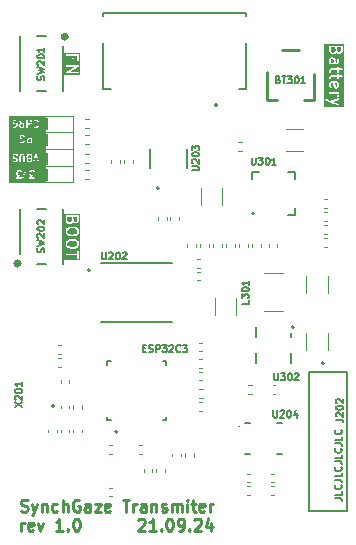
<source format=gbr>
%TF.GenerationSoftware,KiCad,Pcbnew,8.0.3*%
%TF.CreationDate,2024-09-21T17:28:31+02:00*%
%TF.ProjectId,SynchGaze_Transmiter,53796e63-6847-4617-9a65-5f5472616e73,1.0*%
%TF.SameCoordinates,Original*%
%TF.FileFunction,Legend,Top*%
%TF.FilePolarity,Positive*%
%FSLAX46Y46*%
G04 Gerber Fmt 4.6, Leading zero omitted, Abs format (unit mm)*
G04 Created by KiCad (PCBNEW 8.0.3) date 2024-09-21 17:28:31*
%MOMM*%
%LPD*%
G01*
G04 APERTURE LIST*
%ADD10C,0.200000*%
%ADD11C,0.100000*%
%ADD12C,0.010000*%
%ADD13C,0.120000*%
%ADD14C,0.150000*%
%ADD15C,0.250000*%
%ADD16C,0.127000*%
%ADD17C,0.152400*%
%ADD18C,0.508000*%
%ADD19C,0.254000*%
G04 APERTURE END LIST*
D10*
X142420001Y-57934699D02*
X142420001Y-58823699D01*
D11*
X139187500Y-57718799D02*
X144623100Y-57718799D01*
X144623100Y-63281399D01*
X139187500Y-63281399D01*
X139187500Y-57718799D01*
D10*
X142415500Y-60881099D02*
X142415500Y-61770099D01*
X142425001Y-59255500D02*
X142425001Y-60144500D01*
D12*
X142213148Y-62053853D02*
X142213148Y-63298453D01*
X139186048Y-63295752D01*
X139186048Y-62231653D01*
X139723948Y-62231653D01*
X139723948Y-63069853D01*
X141425748Y-63069853D01*
X141425748Y-62231653D01*
X139723948Y-62231653D01*
X139186048Y-62231653D01*
X139186048Y-61835252D01*
X142213148Y-61825253D01*
X142213148Y-62053853D01*
G36*
X142213148Y-62053853D02*
G01*
X142213148Y-63298453D01*
X139186048Y-63295752D01*
X139186048Y-62231653D01*
X139723948Y-62231653D01*
X139723948Y-63069853D01*
X141425748Y-63069853D01*
X141425748Y-62231653D01*
X139723948Y-62231653D01*
X139186048Y-62231653D01*
X139186048Y-61835252D01*
X142213148Y-61825253D01*
X142213148Y-62053853D01*
G37*
D11*
X139187500Y-60500099D02*
X144623100Y-60500099D01*
X139187500Y-59039599D02*
X144623100Y-59039599D01*
D12*
X142214600Y-59182000D02*
X139187500Y-59179299D01*
X139187500Y-57937400D01*
X139395200Y-57937400D01*
X139395200Y-58775600D01*
X141808200Y-58775600D01*
X141808200Y-57937400D01*
X139395200Y-57937400D01*
X139187500Y-57937400D01*
X139187500Y-57718799D01*
X142214600Y-57708800D01*
X142214600Y-57937400D01*
X142214600Y-59182000D01*
G36*
X142214600Y-59182000D02*
G01*
X139187500Y-59179299D01*
X139187500Y-57937400D01*
X139395200Y-57937400D01*
X139395200Y-58775600D01*
X141808200Y-58775600D01*
X141808200Y-57937400D01*
X139395200Y-57937400D01*
X139187500Y-57937400D01*
X139187500Y-57718799D01*
X142214600Y-57708800D01*
X142214600Y-57937400D01*
X142214600Y-59182000D01*
G37*
D10*
X142415500Y-62227299D02*
X142415500Y-63116299D01*
D12*
X142213601Y-60733144D02*
X142213601Y-61977744D01*
X139186501Y-61975043D01*
X139186501Y-60860144D01*
X139394201Y-60860144D01*
X139394201Y-61698344D01*
X141756401Y-61698344D01*
X141756401Y-60860144D01*
X139394201Y-60860144D01*
X139186501Y-60860144D01*
X139186501Y-60514543D01*
X142213601Y-60504544D01*
X142213601Y-60733144D01*
G36*
X142213601Y-60733144D02*
G01*
X142213601Y-61977744D01*
X139186501Y-61975043D01*
X139186501Y-60860144D01*
X139394201Y-60860144D01*
X139394201Y-61698344D01*
X141756401Y-61698344D01*
X141756401Y-60860144D01*
X139394201Y-60860144D01*
X139186501Y-60860144D01*
X139186501Y-60514543D01*
X142213601Y-60504544D01*
X142213601Y-60733144D01*
G37*
X142214600Y-60502800D02*
X139187500Y-60500099D01*
X139187500Y-59258200D01*
X140004800Y-59258200D01*
X140004800Y-60096400D01*
X141198600Y-60096400D01*
X141198600Y-59258200D01*
X140004800Y-59258200D01*
X139187500Y-59258200D01*
X139187500Y-59039599D01*
X142214600Y-59029600D01*
X142214600Y-59258200D01*
X142214600Y-60502800D01*
G36*
X142214600Y-60502800D02*
G01*
X139187500Y-60500099D01*
X139187500Y-59258200D01*
X140004800Y-59258200D01*
X140004800Y-60096400D01*
X141198600Y-60096400D01*
X141198600Y-59258200D01*
X140004800Y-59258200D01*
X139187500Y-59258200D01*
X139187500Y-59039599D01*
X142214600Y-59029600D01*
X142214600Y-59258200D01*
X142214600Y-60502800D01*
G37*
D11*
X139187500Y-61960599D02*
X144597700Y-61960599D01*
D13*
G36*
X141007566Y-61534615D02*
G01*
X140884323Y-61537140D01*
X140847064Y-61520896D01*
X140829293Y-61505515D01*
X140808751Y-61469317D01*
X140807053Y-61439528D01*
X140821886Y-61405503D01*
X140837266Y-61387734D01*
X140872805Y-61367565D01*
X141006321Y-61364830D01*
X141007566Y-61534615D01*
G37*
G36*
X141005471Y-61248944D02*
G01*
X140883638Y-61251440D01*
X140882573Y-61250833D01*
X140813501Y-61230861D01*
X140800720Y-61219799D01*
X140780339Y-61183884D01*
X140777928Y-61126510D01*
X140793314Y-61091218D01*
X140808696Y-61073447D01*
X140844195Y-61053301D01*
X141004016Y-61050399D01*
X141005471Y-61248944D01*
G37*
G36*
X141790116Y-61720135D02*
G01*
X139394076Y-61720135D01*
X139394076Y-61107754D01*
X139460743Y-61107754D01*
X139463754Y-61160569D01*
X139460894Y-61169150D01*
X139465124Y-61184597D01*
X139465310Y-61187858D01*
X139466283Y-61188831D01*
X139467077Y-61191729D01*
X139493881Y-61238960D01*
X139493881Y-61245002D01*
X139506888Y-61264467D01*
X139509773Y-61266964D01*
X139510002Y-61267367D01*
X139510386Y-61267495D01*
X139531042Y-61285372D01*
X139532559Y-61289923D01*
X139551053Y-61304277D01*
X139554743Y-61305885D01*
X139554926Y-61306044D01*
X139555106Y-61306043D01*
X139597619Y-61324577D01*
X139599308Y-61327391D01*
X139620476Y-61337390D01*
X139718884Y-61358628D01*
X139722482Y-61361420D01*
X139765848Y-61380325D01*
X139783620Y-61395707D01*
X139804162Y-61431904D01*
X139805860Y-61461694D01*
X139791028Y-61495715D01*
X139775645Y-61513489D01*
X139739987Y-61533724D01*
X139625987Y-61536864D01*
X139625430Y-61536547D01*
X139516490Y-61505048D01*
X139475415Y-61525585D01*
X139460894Y-61569150D01*
X139481431Y-61610225D01*
X139501770Y-61621818D01*
X139578638Y-61644043D01*
X139583496Y-61648901D01*
X139606457Y-61653468D01*
X139742757Y-61649713D01*
X139753567Y-61653317D01*
X139769404Y-61648980D01*
X139772275Y-61648901D01*
X139773248Y-61647927D01*
X139776146Y-61647134D01*
X139823377Y-61620330D01*
X139829419Y-61620330D01*
X139848884Y-61607323D01*
X139851381Y-61604437D01*
X139851784Y-61604209D01*
X139851912Y-61603824D01*
X139869788Y-61583170D01*
X139874340Y-61581653D01*
X139888693Y-61563158D01*
X139890300Y-61559470D01*
X139890461Y-61559285D01*
X139890460Y-61559102D01*
X139912402Y-61508773D01*
X139919033Y-61502143D01*
X139922170Y-61486368D01*
X139923449Y-61483436D01*
X139923013Y-61482129D01*
X139923600Y-61479182D01*
X139920588Y-61426367D01*
X139923449Y-61417786D01*
X139919219Y-61402341D01*
X139919033Y-61399079D01*
X139918058Y-61398104D01*
X139917265Y-61395207D01*
X139890460Y-61347975D01*
X139890461Y-61341937D01*
X139877455Y-61322471D01*
X139874569Y-61319973D01*
X139874340Y-61319569D01*
X139873953Y-61319440D01*
X139853301Y-61301563D01*
X139851784Y-61297013D01*
X139833290Y-61282659D01*
X139829604Y-61281052D01*
X139829419Y-61280892D01*
X139829237Y-61280892D01*
X139786721Y-61262358D01*
X139785034Y-61259545D01*
X139763866Y-61249545D01*
X139665456Y-61228307D01*
X139661861Y-61225517D01*
X139618495Y-61206611D01*
X139600721Y-61191228D01*
X139580180Y-61155032D01*
X139578482Y-61125242D01*
X139586106Y-61107754D01*
X140060742Y-61107754D01*
X140065309Y-61616429D01*
X140097781Y-61648901D01*
X140143703Y-61648901D01*
X140176175Y-61616429D01*
X140180742Y-61593468D01*
X140176577Y-61129608D01*
X140193314Y-61091218D01*
X140208696Y-61073447D01*
X140244454Y-61053154D01*
X140329779Y-61050315D01*
X140365849Y-61066040D01*
X140383619Y-61081421D01*
X140403679Y-61116769D01*
X140408166Y-61616429D01*
X140440638Y-61648901D01*
X140486560Y-61648901D01*
X140519032Y-61616429D01*
X140523599Y-61593468D01*
X140519311Y-61115910D01*
X140522030Y-61107754D01*
X140660742Y-61107754D01*
X140664116Y-61188051D01*
X140660893Y-61197722D01*
X140665180Y-61213377D01*
X140665309Y-61216429D01*
X140666283Y-61217403D01*
X140667077Y-61220301D01*
X140693881Y-61267532D01*
X140693881Y-61273572D01*
X140706888Y-61293037D01*
X140709771Y-61295532D01*
X140710002Y-61295939D01*
X140710390Y-61296068D01*
X140735006Y-61317375D01*
X140737071Y-61321505D01*
X140724219Y-61338064D01*
X140722611Y-61341751D01*
X140722452Y-61341936D01*
X140722452Y-61342117D01*
X140700510Y-61392449D01*
X140693881Y-61399079D01*
X140690743Y-61414855D01*
X140689465Y-61417787D01*
X140689900Y-61419092D01*
X140689314Y-61422040D01*
X140692325Y-61474854D01*
X140689465Y-61483435D01*
X140693695Y-61498882D01*
X140693881Y-61502143D01*
X140694854Y-61503116D01*
X140695648Y-61506014D01*
X140722452Y-61553245D01*
X140722452Y-61559286D01*
X140735459Y-61578751D01*
X140738343Y-61581247D01*
X140738573Y-61581652D01*
X140738959Y-61581780D01*
X140759612Y-61599657D01*
X140761130Y-61604209D01*
X140779624Y-61618563D01*
X140783312Y-61620170D01*
X140783496Y-61620330D01*
X140783677Y-61620330D01*
X140834008Y-61642271D01*
X140840638Y-61648901D01*
X140856414Y-61652038D01*
X140859346Y-61653317D01*
X140860651Y-61652881D01*
X140863599Y-61653468D01*
X141086560Y-61648901D01*
X141119032Y-61616429D01*
X141122753Y-61597721D01*
X141203751Y-61597721D01*
X141224288Y-61638795D01*
X141267853Y-61653317D01*
X141308927Y-61632780D01*
X141320521Y-61612442D01*
X141462550Y-61176243D01*
X141618273Y-61632781D01*
X141659347Y-61653318D01*
X141702912Y-61638796D01*
X141723449Y-61597722D01*
X141720521Y-61574495D01*
X141522196Y-60993059D01*
X141523449Y-60989214D01*
X141515381Y-60973079D01*
X141508927Y-60954156D01*
X141504917Y-60952151D01*
X141502912Y-60948140D01*
X141484860Y-60942122D01*
X141467853Y-60933619D01*
X141463601Y-60935036D01*
X141459347Y-60933618D01*
X141442327Y-60942127D01*
X141424288Y-60948141D01*
X141422283Y-60952149D01*
X141418273Y-60954155D01*
X141406679Y-60974494D01*
X141203751Y-61597721D01*
X141122753Y-61597721D01*
X141123599Y-61593468D01*
X141119032Y-60970507D01*
X141086560Y-60938035D01*
X141063599Y-60933468D01*
X140842372Y-60937484D01*
X140830774Y-60933619D01*
X140814833Y-60937984D01*
X140812067Y-60938035D01*
X140811092Y-60939009D01*
X140808195Y-60939803D01*
X140760964Y-60966607D01*
X140754923Y-60966607D01*
X140735458Y-60979614D01*
X140732961Y-60982498D01*
X140732557Y-60982728D01*
X140732428Y-60983114D01*
X140714553Y-61003765D01*
X140710002Y-61005283D01*
X140695649Y-61023778D01*
X140694042Y-61027463D01*
X140693881Y-61027650D01*
X140693881Y-61027833D01*
X140671939Y-61078162D01*
X140665309Y-61084793D01*
X140662171Y-61100567D01*
X140660893Y-61103500D01*
X140661328Y-61104806D01*
X140660742Y-61107754D01*
X140522030Y-61107754D01*
X140523448Y-61103501D01*
X140519055Y-61087462D01*
X140519032Y-61084793D01*
X140518058Y-61083819D01*
X140517265Y-61080922D01*
X140490461Y-61033689D01*
X140490461Y-61027649D01*
X140477454Y-61008184D01*
X140474570Y-61005688D01*
X140474341Y-61005284D01*
X140473954Y-61005155D01*
X140453302Y-60987279D01*
X140451785Y-60982728D01*
X140433290Y-60968375D01*
X140429604Y-60966768D01*
X140429418Y-60966607D01*
X140429235Y-60966607D01*
X140378905Y-60944665D01*
X140372275Y-60938035D01*
X140356500Y-60934897D01*
X140353568Y-60933619D01*
X140352261Y-60934054D01*
X140349314Y-60933468D01*
X140241122Y-60937068D01*
X140230774Y-60933619D01*
X140215007Y-60937937D01*
X140212067Y-60938035D01*
X140211092Y-60939009D01*
X140208195Y-60939803D01*
X140160964Y-60966607D01*
X140154923Y-60966607D01*
X140135458Y-60979614D01*
X140132961Y-60982498D01*
X140132557Y-60982728D01*
X140132428Y-60983114D01*
X140114553Y-61003765D01*
X140110002Y-61005283D01*
X140095649Y-61023778D01*
X140094042Y-61027463D01*
X140093881Y-61027650D01*
X140093881Y-61027833D01*
X140071939Y-61078162D01*
X140065309Y-61084793D01*
X140062171Y-61100567D01*
X140060893Y-61103500D01*
X140061328Y-61104806D01*
X140060742Y-61107754D01*
X139586106Y-61107754D01*
X139593314Y-61091219D01*
X139608695Y-61073448D01*
X139644355Y-61053211D01*
X139758354Y-61050071D01*
X139758912Y-61050389D01*
X139867853Y-61081889D01*
X139908927Y-61061353D01*
X139923450Y-61017787D01*
X139902913Y-60976713D01*
X139882574Y-60965119D01*
X139805704Y-60942892D01*
X139800847Y-60938035D01*
X139777886Y-60933468D01*
X139641583Y-60937222D01*
X139630774Y-60933619D01*
X139614938Y-60937955D01*
X139612067Y-60938035D01*
X139611092Y-60939009D01*
X139608194Y-60939803D01*
X139560963Y-60966607D01*
X139554926Y-60966607D01*
X139535460Y-60979613D01*
X139532962Y-60982498D01*
X139532558Y-60982728D01*
X139532429Y-60983114D01*
X139514552Y-61003766D01*
X139510002Y-61005284D01*
X139495648Y-61023778D01*
X139494041Y-61027463D01*
X139493881Y-61027649D01*
X139493881Y-61027831D01*
X139471939Y-61078163D01*
X139465310Y-61084793D01*
X139462172Y-61100569D01*
X139460894Y-61103501D01*
X139461329Y-61104806D01*
X139460743Y-61107754D01*
X139394076Y-61107754D01*
X139394076Y-60866801D01*
X141790116Y-60866801D01*
X141790116Y-61720135D01*
G37*
D14*
X166755571Y-90061830D02*
X167184142Y-90061830D01*
X167184142Y-90061830D02*
X167269857Y-90090401D01*
X167269857Y-90090401D02*
X167327000Y-90147544D01*
X167327000Y-90147544D02*
X167355571Y-90233258D01*
X167355571Y-90233258D02*
X167355571Y-90290401D01*
X167355571Y-89490401D02*
X167355571Y-89776115D01*
X167355571Y-89776115D02*
X166755571Y-89776115D01*
X167298428Y-88947544D02*
X167327000Y-88976116D01*
X167327000Y-88976116D02*
X167355571Y-89061830D01*
X167355571Y-89061830D02*
X167355571Y-89118973D01*
X167355571Y-89118973D02*
X167327000Y-89204687D01*
X167327000Y-89204687D02*
X167269857Y-89261830D01*
X167269857Y-89261830D02*
X167212714Y-89290401D01*
X167212714Y-89290401D02*
X167098428Y-89318973D01*
X167098428Y-89318973D02*
X167012714Y-89318973D01*
X167012714Y-89318973D02*
X166898428Y-89290401D01*
X166898428Y-89290401D02*
X166841285Y-89261830D01*
X166841285Y-89261830D02*
X166784142Y-89204687D01*
X166784142Y-89204687D02*
X166755571Y-89118973D01*
X166755571Y-89118973D02*
X166755571Y-89061830D01*
X166755571Y-89061830D02*
X166784142Y-88976116D01*
X166784142Y-88976116D02*
X166812714Y-88947544D01*
X166755571Y-88518973D02*
X167184142Y-88518973D01*
X167184142Y-88518973D02*
X167269857Y-88547544D01*
X167269857Y-88547544D02*
X167327000Y-88604687D01*
X167327000Y-88604687D02*
X167355571Y-88690401D01*
X167355571Y-88690401D02*
X167355571Y-88747544D01*
X167355571Y-87947544D02*
X167355571Y-88233258D01*
X167355571Y-88233258D02*
X166755571Y-88233258D01*
X167298428Y-87404687D02*
X167327000Y-87433259D01*
X167327000Y-87433259D02*
X167355571Y-87518973D01*
X167355571Y-87518973D02*
X167355571Y-87576116D01*
X167355571Y-87576116D02*
X167327000Y-87661830D01*
X167327000Y-87661830D02*
X167269857Y-87718973D01*
X167269857Y-87718973D02*
X167212714Y-87747544D01*
X167212714Y-87747544D02*
X167098428Y-87776116D01*
X167098428Y-87776116D02*
X167012714Y-87776116D01*
X167012714Y-87776116D02*
X166898428Y-87747544D01*
X166898428Y-87747544D02*
X166841285Y-87718973D01*
X166841285Y-87718973D02*
X166784142Y-87661830D01*
X166784142Y-87661830D02*
X166755571Y-87576116D01*
X166755571Y-87576116D02*
X166755571Y-87518973D01*
X166755571Y-87518973D02*
X166784142Y-87433259D01*
X166784142Y-87433259D02*
X166812714Y-87404687D01*
X166755571Y-86976116D02*
X167184142Y-86976116D01*
X167184142Y-86976116D02*
X167269857Y-87004687D01*
X167269857Y-87004687D02*
X167327000Y-87061830D01*
X167327000Y-87061830D02*
X167355571Y-87147544D01*
X167355571Y-87147544D02*
X167355571Y-87204687D01*
X167355571Y-86404687D02*
X167355571Y-86690401D01*
X167355571Y-86690401D02*
X166755571Y-86690401D01*
X167298428Y-85861830D02*
X167327000Y-85890402D01*
X167327000Y-85890402D02*
X167355571Y-85976116D01*
X167355571Y-85976116D02*
X167355571Y-86033259D01*
X167355571Y-86033259D02*
X167327000Y-86118973D01*
X167327000Y-86118973D02*
X167269857Y-86176116D01*
X167269857Y-86176116D02*
X167212714Y-86204687D01*
X167212714Y-86204687D02*
X167098428Y-86233259D01*
X167098428Y-86233259D02*
X167012714Y-86233259D01*
X167012714Y-86233259D02*
X166898428Y-86204687D01*
X166898428Y-86204687D02*
X166841285Y-86176116D01*
X166841285Y-86176116D02*
X166784142Y-86118973D01*
X166784142Y-86118973D02*
X166755571Y-86033259D01*
X166755571Y-86033259D02*
X166755571Y-85976116D01*
X166755571Y-85976116D02*
X166784142Y-85890402D01*
X166784142Y-85890402D02*
X166812714Y-85861830D01*
X166755571Y-85433259D02*
X167184142Y-85433259D01*
X167184142Y-85433259D02*
X167269857Y-85461830D01*
X167269857Y-85461830D02*
X167327000Y-85518973D01*
X167327000Y-85518973D02*
X167355571Y-85604687D01*
X167355571Y-85604687D02*
X167355571Y-85661830D01*
X167355571Y-84861830D02*
X167355571Y-85147544D01*
X167355571Y-85147544D02*
X166755571Y-85147544D01*
X167298428Y-84318973D02*
X167327000Y-84347545D01*
X167327000Y-84347545D02*
X167355571Y-84433259D01*
X167355571Y-84433259D02*
X167355571Y-84490402D01*
X167355571Y-84490402D02*
X167327000Y-84576116D01*
X167327000Y-84576116D02*
X167269857Y-84633259D01*
X167269857Y-84633259D02*
X167212714Y-84661830D01*
X167212714Y-84661830D02*
X167098428Y-84690402D01*
X167098428Y-84690402D02*
X167012714Y-84690402D01*
X167012714Y-84690402D02*
X166898428Y-84661830D01*
X166898428Y-84661830D02*
X166841285Y-84633259D01*
X166841285Y-84633259D02*
X166784142Y-84576116D01*
X166784142Y-84576116D02*
X166755571Y-84490402D01*
X166755571Y-84490402D02*
X166755571Y-84433259D01*
X166755571Y-84433259D02*
X166784142Y-84347545D01*
X166784142Y-84347545D02*
X166812714Y-84318973D01*
D13*
G36*
X140375822Y-58613485D02*
G01*
X140224235Y-58616237D01*
X140186749Y-58599896D01*
X140168978Y-58584513D01*
X140148596Y-58548598D01*
X140146185Y-58491224D01*
X140161571Y-58455932D01*
X140176953Y-58438161D01*
X140212452Y-58418015D01*
X140300071Y-58416424D01*
X140301977Y-58416761D01*
X140302521Y-58416380D01*
X140374367Y-58415075D01*
X140375822Y-58613485D01*
G37*
G36*
X141815666Y-58799135D02*
G01*
X139362332Y-58799135D01*
X139362332Y-58129611D01*
X139428999Y-58129611D01*
X139433566Y-58352572D01*
X139466038Y-58385044D01*
X139488999Y-58389611D01*
X139626246Y-58385044D01*
X139658718Y-58352572D01*
X139658718Y-58306650D01*
X139626246Y-58274178D01*
X139603285Y-58269611D01*
X139547807Y-58271457D01*
X139545439Y-58155846D01*
X139547054Y-58153980D01*
X139603957Y-58132429D01*
X139644062Y-58130143D01*
X139709980Y-58149203D01*
X139750191Y-58186022D01*
X139773513Y-58227118D01*
X139773648Y-58229877D01*
X139801094Y-58326262D01*
X139800428Y-58329611D01*
X139803320Y-58398441D01*
X139802219Y-58400773D01*
X139780981Y-58499180D01*
X139778190Y-58502778D01*
X139759367Y-58545956D01*
X139718958Y-58590084D01*
X139659785Y-58612494D01*
X139593471Y-58615281D01*
X139521824Y-58584048D01*
X139478258Y-58598570D01*
X139457722Y-58639644D01*
X139472244Y-58683210D01*
X139490739Y-58697563D01*
X139545123Y-58721271D01*
X139551753Y-58727901D01*
X139567529Y-58731038D01*
X139570461Y-58732317D01*
X139571766Y-58731881D01*
X139574714Y-58732468D01*
X139650137Y-58729298D01*
X139656175Y-58732317D01*
X139679401Y-58729389D01*
X139683322Y-58727903D01*
X139683389Y-58727901D01*
X139683424Y-58727865D01*
X139758772Y-58699330D01*
X139769103Y-58699330D01*
X139782617Y-58690299D01*
X139785454Y-58689225D01*
X139786070Y-58687991D01*
X139788568Y-58686323D01*
X139836321Y-58634173D01*
X139842598Y-58632081D01*
X139856951Y-58613586D01*
X139858566Y-58609880D01*
X139858718Y-58609715D01*
X139858718Y-58609532D01*
X139877251Y-58567019D01*
X139880065Y-58565331D01*
X139890064Y-58544163D01*
X139905536Y-58472468D01*
X140028999Y-58472468D01*
X140032373Y-58552765D01*
X140029150Y-58562436D01*
X140033437Y-58578091D01*
X140033566Y-58581143D01*
X140034540Y-58582117D01*
X140035334Y-58585015D01*
X140062138Y-58632246D01*
X140062138Y-58638285D01*
X140075144Y-58657751D01*
X140078029Y-58660248D01*
X140078259Y-58660653D01*
X140078645Y-58660781D01*
X140099297Y-58678657D01*
X140100815Y-58683210D01*
X140119310Y-58697563D01*
X140122996Y-58699170D01*
X140123180Y-58699329D01*
X140123361Y-58699329D01*
X140173694Y-58721271D01*
X140180324Y-58727901D01*
X140196100Y-58731038D01*
X140199032Y-58732317D01*
X140200337Y-58731881D01*
X140203285Y-58732468D01*
X140454817Y-58727901D01*
X140487289Y-58695429D01*
X140491856Y-58672468D01*
X140487457Y-58072468D01*
X140657570Y-58072468D01*
X140662137Y-58695429D01*
X140694609Y-58727901D01*
X140740531Y-58727901D01*
X140773003Y-58695429D01*
X140777570Y-58672468D01*
X140775909Y-58446025D01*
X141003144Y-58443188D01*
X141004994Y-58695429D01*
X141037466Y-58727901D01*
X141083388Y-58727901D01*
X141115860Y-58695429D01*
X141120427Y-58672468D01*
X141116279Y-58106649D01*
X141262137Y-58106649D01*
X141262137Y-58152571D01*
X141294608Y-58185044D01*
X141340530Y-58185044D01*
X141359996Y-58172038D01*
X141375625Y-58153980D01*
X141432528Y-58132429D01*
X141472633Y-58130143D01*
X141538551Y-58149203D01*
X141578762Y-58186022D01*
X141602084Y-58227118D01*
X141602219Y-58229877D01*
X141629665Y-58326262D01*
X141628999Y-58329611D01*
X141631891Y-58398441D01*
X141630790Y-58400773D01*
X141609552Y-58499180D01*
X141606761Y-58502778D01*
X141587938Y-58545956D01*
X141547529Y-58590084D01*
X141488326Y-58612506D01*
X141448220Y-58614792D01*
X141381756Y-58595575D01*
X141340531Y-58559892D01*
X141294609Y-58559892D01*
X141262137Y-58592364D01*
X141262137Y-58638286D01*
X141275144Y-58657751D01*
X141303262Y-58682088D01*
X141306830Y-58689225D01*
X141320524Y-58697030D01*
X141323181Y-58699330D01*
X141324558Y-58699330D01*
X141327169Y-58700818D01*
X141404037Y-58723043D01*
X141408895Y-58727901D01*
X141431856Y-58732468D01*
X141435844Y-58732240D01*
X141436109Y-58732317D01*
X141436315Y-58732213D01*
X141479603Y-58729745D01*
X141484746Y-58732317D01*
X141507972Y-58729389D01*
X141511890Y-58727904D01*
X141511960Y-58727901D01*
X141511995Y-58727865D01*
X141587343Y-58699330D01*
X141597674Y-58699330D01*
X141611188Y-58690299D01*
X141614025Y-58689225D01*
X141614641Y-58687991D01*
X141617139Y-58686323D01*
X141664892Y-58634173D01*
X141671169Y-58632081D01*
X141685522Y-58613586D01*
X141687137Y-58609880D01*
X141687289Y-58609715D01*
X141687289Y-58609532D01*
X141705822Y-58567019D01*
X141708636Y-58565331D01*
X141718635Y-58544163D01*
X141740673Y-58442044D01*
X141744432Y-58438286D01*
X141748999Y-58415325D01*
X141745936Y-58342456D01*
X141748346Y-58338441D01*
X141747207Y-58315058D01*
X141718830Y-58215407D01*
X141720276Y-58211072D01*
X141714093Y-58188493D01*
X141687289Y-58141260D01*
X141687289Y-58135221D01*
X141674282Y-58115755D01*
X141671227Y-58112958D01*
X141671169Y-58112855D01*
X141671083Y-58112826D01*
X141618514Y-58064690D01*
X141614026Y-58055713D01*
X141599944Y-58047685D01*
X141597674Y-58045607D01*
X141596297Y-58045607D01*
X141593687Y-58044119D01*
X141516817Y-58021892D01*
X141511960Y-58017035D01*
X141488999Y-58012468D01*
X141485010Y-58012695D01*
X141484746Y-58012619D01*
X141484539Y-58012722D01*
X141441251Y-58015190D01*
X141436109Y-58012619D01*
X141412882Y-58015547D01*
X141408963Y-58017031D01*
X141408895Y-58017035D01*
X141408859Y-58017070D01*
X141333512Y-58045607D01*
X141323182Y-58045607D01*
X141309661Y-58054640D01*
X141306830Y-58055713D01*
X141306214Y-58056943D01*
X141303716Y-58058613D01*
X141262137Y-58106649D01*
X141116279Y-58106649D01*
X141115860Y-58049507D01*
X141083388Y-58017035D01*
X141037466Y-58017035D01*
X141004994Y-58049507D01*
X141000427Y-58072468D01*
X141002296Y-58327479D01*
X140775061Y-58330316D01*
X140773003Y-58049507D01*
X140740531Y-58017035D01*
X140694609Y-58017035D01*
X140662137Y-58049507D01*
X140657570Y-58072468D01*
X140487457Y-58072468D01*
X140487289Y-58049507D01*
X140454817Y-58017035D01*
X140408895Y-58017035D01*
X140376423Y-58049507D01*
X140371856Y-58072468D01*
X140373518Y-58299241D01*
X140321209Y-58300190D01*
X140121244Y-58021869D01*
X140076021Y-58013888D01*
X140038400Y-58040223D01*
X140030419Y-58085446D01*
X140039845Y-58106876D01*
X140180570Y-58302744D01*
X140180324Y-58302749D01*
X140179349Y-58303723D01*
X140176452Y-58304517D01*
X140129221Y-58331321D01*
X140123180Y-58331321D01*
X140103715Y-58344328D01*
X140101218Y-58347212D01*
X140100814Y-58347442D01*
X140100685Y-58347828D01*
X140082810Y-58368479D01*
X140078259Y-58369997D01*
X140063906Y-58388492D01*
X140062299Y-58392177D01*
X140062138Y-58392364D01*
X140062138Y-58392547D01*
X140040196Y-58442876D01*
X140033566Y-58449507D01*
X140030428Y-58465281D01*
X140029150Y-58468214D01*
X140029585Y-58469520D01*
X140028999Y-58472468D01*
X139905536Y-58472468D01*
X139912102Y-58442044D01*
X139915861Y-58438286D01*
X139920428Y-58415325D01*
X139917365Y-58342456D01*
X139919775Y-58338441D01*
X139918636Y-58315058D01*
X139890259Y-58215407D01*
X139891705Y-58211072D01*
X139885522Y-58188493D01*
X139858718Y-58141260D01*
X139858718Y-58135221D01*
X139845711Y-58115755D01*
X139842656Y-58112958D01*
X139842598Y-58112855D01*
X139842512Y-58112826D01*
X139789943Y-58064690D01*
X139785455Y-58055713D01*
X139771373Y-58047685D01*
X139769103Y-58045607D01*
X139767726Y-58045607D01*
X139765116Y-58044119D01*
X139688246Y-58021892D01*
X139683389Y-58017035D01*
X139660428Y-58012468D01*
X139656439Y-58012695D01*
X139656175Y-58012619D01*
X139655968Y-58012722D01*
X139612680Y-58015190D01*
X139607538Y-58012619D01*
X139584311Y-58015547D01*
X139580392Y-58017031D01*
X139580324Y-58017035D01*
X139580288Y-58017070D01*
X139504941Y-58045607D01*
X139494611Y-58045607D01*
X139481090Y-58054640D01*
X139478259Y-58055713D01*
X139477643Y-58056943D01*
X139475145Y-58058613D01*
X139433566Y-58106649D01*
X139433566Y-58106650D01*
X139428999Y-58129611D01*
X139362332Y-58129611D01*
X139362332Y-57945801D01*
X141815666Y-57945801D01*
X141815666Y-58799135D01*
G37*
G36*
X141428557Y-63091735D02*
G01*
X139722647Y-63091735D01*
X139722647Y-62479354D01*
X139789314Y-62479354D01*
X139793068Y-62615654D01*
X139789465Y-62626464D01*
X139793801Y-62642301D01*
X139793881Y-62645172D01*
X139794854Y-62646145D01*
X139795648Y-62649043D01*
X139822452Y-62696274D01*
X139822452Y-62702316D01*
X139835459Y-62721781D01*
X139838344Y-62724278D01*
X139838573Y-62724681D01*
X139838957Y-62724809D01*
X139859611Y-62742685D01*
X139861129Y-62747237D01*
X139879623Y-62761590D01*
X139883312Y-62763198D01*
X139883497Y-62763358D01*
X139883678Y-62763357D01*
X139930383Y-62783719D01*
X139805766Y-62930221D01*
X139793881Y-62942107D01*
X139793881Y-62944194D01*
X139792477Y-62945845D01*
X139793881Y-62966910D01*
X139793881Y-62988029D01*
X139795389Y-62989537D01*
X139795531Y-62991666D01*
X139811423Y-63005571D01*
X139826353Y-63020501D01*
X139829114Y-63021050D01*
X139830091Y-63021905D01*
X139832578Y-63021739D01*
X139849314Y-63025068D01*
X140243703Y-63020501D01*
X140276175Y-62988029D01*
X140276175Y-62969321D01*
X140303751Y-62969321D01*
X140324288Y-63010395D01*
X140367853Y-63024917D01*
X140408927Y-63004380D01*
X140420521Y-62984042D01*
X140562550Y-62547843D01*
X140718273Y-63004381D01*
X140759347Y-63024918D01*
X140802912Y-63010396D01*
X140823449Y-62969322D01*
X140820521Y-62946095D01*
X140661318Y-62479354D01*
X140875029Y-62479354D01*
X140878783Y-62615654D01*
X140875180Y-62626464D01*
X140879516Y-62642301D01*
X140879596Y-62645172D01*
X140880569Y-62646145D01*
X140881363Y-62649043D01*
X140908167Y-62696274D01*
X140908167Y-62702316D01*
X140921174Y-62721781D01*
X140924059Y-62724278D01*
X140924288Y-62724681D01*
X140924672Y-62724809D01*
X140945326Y-62742685D01*
X140946844Y-62747237D01*
X140965338Y-62761590D01*
X140969027Y-62763198D01*
X140969212Y-62763358D01*
X140969393Y-62763357D01*
X141016098Y-62783719D01*
X140891481Y-62930221D01*
X140879596Y-62942107D01*
X140879596Y-62944194D01*
X140878192Y-62945845D01*
X140879596Y-62966910D01*
X140879596Y-62988029D01*
X140881104Y-62989537D01*
X140881246Y-62991666D01*
X140897138Y-63005571D01*
X140912068Y-63020501D01*
X140914829Y-63021050D01*
X140915806Y-63021905D01*
X140918293Y-63021739D01*
X140935029Y-63025068D01*
X141329418Y-63020501D01*
X141361890Y-62988029D01*
X141361890Y-62942107D01*
X141329418Y-62909635D01*
X141306457Y-62905068D01*
X141062424Y-62907893D01*
X141178576Y-62771343D01*
X141190462Y-62759458D01*
X141190462Y-62757370D01*
X141191866Y-62755720D01*
X141190462Y-62734654D01*
X141190462Y-62713536D01*
X141188953Y-62712027D01*
X141188812Y-62709899D01*
X141172919Y-62695993D01*
X141157990Y-62681064D01*
X141155228Y-62680514D01*
X141154252Y-62679660D01*
X141151764Y-62679825D01*
X141135029Y-62676497D01*
X141068070Y-62679310D01*
X141032781Y-62663926D01*
X141015007Y-62648542D01*
X140994772Y-62612884D01*
X140991646Y-62499414D01*
X141007600Y-62462819D01*
X141022981Y-62445048D01*
X141058571Y-62424850D01*
X141200304Y-62421520D01*
X141237278Y-62437640D01*
X141283495Y-62477644D01*
X141329418Y-62477644D01*
X141361890Y-62445172D01*
X141361890Y-62399249D01*
X141348883Y-62379784D01*
X141324731Y-62358879D01*
X141323214Y-62354328D01*
X141304719Y-62339975D01*
X141301033Y-62338368D01*
X141300847Y-62338207D01*
X141300664Y-62338207D01*
X141250334Y-62316265D01*
X141243704Y-62309635D01*
X141227929Y-62306497D01*
X141224997Y-62305219D01*
X141223690Y-62305654D01*
X141220743Y-62305068D01*
X141056204Y-62308933D01*
X141045060Y-62305219D01*
X141029177Y-62309568D01*
X141026353Y-62309635D01*
X141025378Y-62310609D01*
X141022480Y-62311403D01*
X140975249Y-62338207D01*
X140969212Y-62338207D01*
X140949746Y-62351213D01*
X140947248Y-62354098D01*
X140946844Y-62354328D01*
X140946715Y-62354714D01*
X140928838Y-62375366D01*
X140924288Y-62376884D01*
X140909934Y-62395378D01*
X140908327Y-62399063D01*
X140908167Y-62399249D01*
X140908167Y-62399431D01*
X140886225Y-62449763D01*
X140879596Y-62456393D01*
X140876458Y-62472169D01*
X140875180Y-62475101D01*
X140875615Y-62476406D01*
X140875029Y-62479354D01*
X140661318Y-62479354D01*
X140622196Y-62364659D01*
X140623449Y-62360814D01*
X140615381Y-62344679D01*
X140608927Y-62325756D01*
X140604917Y-62323751D01*
X140602912Y-62319740D01*
X140584860Y-62313722D01*
X140567853Y-62305219D01*
X140563601Y-62306636D01*
X140559347Y-62305218D01*
X140542327Y-62313727D01*
X140524288Y-62319741D01*
X140522283Y-62323749D01*
X140518273Y-62325755D01*
X140506679Y-62346094D01*
X140303751Y-62969321D01*
X140276175Y-62969321D01*
X140276175Y-62942107D01*
X140243703Y-62909635D01*
X140220742Y-62905068D01*
X139976709Y-62907893D01*
X140092861Y-62771343D01*
X140104747Y-62759458D01*
X140104747Y-62757370D01*
X140106151Y-62755720D01*
X140104747Y-62734654D01*
X140104747Y-62713536D01*
X140103238Y-62712027D01*
X140103097Y-62709899D01*
X140087204Y-62695993D01*
X140072275Y-62681064D01*
X140069513Y-62680514D01*
X140068537Y-62679660D01*
X140066049Y-62679825D01*
X140049314Y-62676497D01*
X139982355Y-62679310D01*
X139947066Y-62663926D01*
X139929292Y-62648542D01*
X139909057Y-62612884D01*
X139905931Y-62499414D01*
X139921885Y-62462819D01*
X139937266Y-62445048D01*
X139972856Y-62424850D01*
X140114589Y-62421520D01*
X140151563Y-62437640D01*
X140197780Y-62477644D01*
X140243703Y-62477644D01*
X140276175Y-62445172D01*
X140276175Y-62399249D01*
X140263168Y-62379784D01*
X140239016Y-62358879D01*
X140237499Y-62354328D01*
X140219004Y-62339975D01*
X140215318Y-62338368D01*
X140215132Y-62338207D01*
X140214949Y-62338207D01*
X140164619Y-62316265D01*
X140157989Y-62309635D01*
X140142214Y-62306497D01*
X140139282Y-62305219D01*
X140137975Y-62305654D01*
X140135028Y-62305068D01*
X139970489Y-62308933D01*
X139959345Y-62305219D01*
X139943462Y-62309568D01*
X139940638Y-62309635D01*
X139939663Y-62310609D01*
X139936765Y-62311403D01*
X139889534Y-62338207D01*
X139883497Y-62338207D01*
X139864031Y-62351213D01*
X139861533Y-62354098D01*
X139861129Y-62354328D01*
X139861000Y-62354714D01*
X139843123Y-62375366D01*
X139838573Y-62376884D01*
X139824219Y-62395378D01*
X139822612Y-62399063D01*
X139822452Y-62399249D01*
X139822452Y-62399431D01*
X139800510Y-62449763D01*
X139793881Y-62456393D01*
X139790743Y-62472169D01*
X139789465Y-62475101D01*
X139789900Y-62476406D01*
X139789314Y-62479354D01*
X139722647Y-62479354D01*
X139722647Y-62238401D01*
X141428557Y-62238401D01*
X141428557Y-63091735D01*
G37*
D15*
X140189961Y-91164028D02*
X140332818Y-91211647D01*
X140332818Y-91211647D02*
X140570913Y-91211647D01*
X140570913Y-91211647D02*
X140666151Y-91164028D01*
X140666151Y-91164028D02*
X140713770Y-91116408D01*
X140713770Y-91116408D02*
X140761389Y-91021170D01*
X140761389Y-91021170D02*
X140761389Y-90925932D01*
X140761389Y-90925932D02*
X140713770Y-90830694D01*
X140713770Y-90830694D02*
X140666151Y-90783075D01*
X140666151Y-90783075D02*
X140570913Y-90735456D01*
X140570913Y-90735456D02*
X140380437Y-90687837D01*
X140380437Y-90687837D02*
X140285199Y-90640218D01*
X140285199Y-90640218D02*
X140237580Y-90592599D01*
X140237580Y-90592599D02*
X140189961Y-90497361D01*
X140189961Y-90497361D02*
X140189961Y-90402123D01*
X140189961Y-90402123D02*
X140237580Y-90306885D01*
X140237580Y-90306885D02*
X140285199Y-90259266D01*
X140285199Y-90259266D02*
X140380437Y-90211647D01*
X140380437Y-90211647D02*
X140618532Y-90211647D01*
X140618532Y-90211647D02*
X140761389Y-90259266D01*
X141094723Y-90544980D02*
X141332818Y-91211647D01*
X141570913Y-90544980D02*
X141332818Y-91211647D01*
X141332818Y-91211647D02*
X141237580Y-91449742D01*
X141237580Y-91449742D02*
X141189961Y-91497361D01*
X141189961Y-91497361D02*
X141094723Y-91544980D01*
X141951866Y-90544980D02*
X141951866Y-91211647D01*
X141951866Y-90640218D02*
X141999485Y-90592599D01*
X141999485Y-90592599D02*
X142094723Y-90544980D01*
X142094723Y-90544980D02*
X142237580Y-90544980D01*
X142237580Y-90544980D02*
X142332818Y-90592599D01*
X142332818Y-90592599D02*
X142380437Y-90687837D01*
X142380437Y-90687837D02*
X142380437Y-91211647D01*
X143285199Y-91164028D02*
X143189961Y-91211647D01*
X143189961Y-91211647D02*
X142999485Y-91211647D01*
X142999485Y-91211647D02*
X142904247Y-91164028D01*
X142904247Y-91164028D02*
X142856628Y-91116408D01*
X142856628Y-91116408D02*
X142809009Y-91021170D01*
X142809009Y-91021170D02*
X142809009Y-90735456D01*
X142809009Y-90735456D02*
X142856628Y-90640218D01*
X142856628Y-90640218D02*
X142904247Y-90592599D01*
X142904247Y-90592599D02*
X142999485Y-90544980D01*
X142999485Y-90544980D02*
X143189961Y-90544980D01*
X143189961Y-90544980D02*
X143285199Y-90592599D01*
X143713771Y-91211647D02*
X143713771Y-90211647D01*
X144142342Y-91211647D02*
X144142342Y-90687837D01*
X144142342Y-90687837D02*
X144094723Y-90592599D01*
X144094723Y-90592599D02*
X143999485Y-90544980D01*
X143999485Y-90544980D02*
X143856628Y-90544980D01*
X143856628Y-90544980D02*
X143761390Y-90592599D01*
X143761390Y-90592599D02*
X143713771Y-90640218D01*
X145142342Y-90259266D02*
X145047104Y-90211647D01*
X145047104Y-90211647D02*
X144904247Y-90211647D01*
X144904247Y-90211647D02*
X144761390Y-90259266D01*
X144761390Y-90259266D02*
X144666152Y-90354504D01*
X144666152Y-90354504D02*
X144618533Y-90449742D01*
X144618533Y-90449742D02*
X144570914Y-90640218D01*
X144570914Y-90640218D02*
X144570914Y-90783075D01*
X144570914Y-90783075D02*
X144618533Y-90973551D01*
X144618533Y-90973551D02*
X144666152Y-91068789D01*
X144666152Y-91068789D02*
X144761390Y-91164028D01*
X144761390Y-91164028D02*
X144904247Y-91211647D01*
X144904247Y-91211647D02*
X144999485Y-91211647D01*
X144999485Y-91211647D02*
X145142342Y-91164028D01*
X145142342Y-91164028D02*
X145189961Y-91116408D01*
X145189961Y-91116408D02*
X145189961Y-90783075D01*
X145189961Y-90783075D02*
X144999485Y-90783075D01*
X146047104Y-91211647D02*
X146047104Y-90687837D01*
X146047104Y-90687837D02*
X145999485Y-90592599D01*
X145999485Y-90592599D02*
X145904247Y-90544980D01*
X145904247Y-90544980D02*
X145713771Y-90544980D01*
X145713771Y-90544980D02*
X145618533Y-90592599D01*
X146047104Y-91164028D02*
X145951866Y-91211647D01*
X145951866Y-91211647D02*
X145713771Y-91211647D01*
X145713771Y-91211647D02*
X145618533Y-91164028D01*
X145618533Y-91164028D02*
X145570914Y-91068789D01*
X145570914Y-91068789D02*
X145570914Y-90973551D01*
X145570914Y-90973551D02*
X145618533Y-90878313D01*
X145618533Y-90878313D02*
X145713771Y-90830694D01*
X145713771Y-90830694D02*
X145951866Y-90830694D01*
X145951866Y-90830694D02*
X146047104Y-90783075D01*
X146428057Y-90544980D02*
X146951866Y-90544980D01*
X146951866Y-90544980D02*
X146428057Y-91211647D01*
X146428057Y-91211647D02*
X146951866Y-91211647D01*
X147713771Y-91164028D02*
X147618533Y-91211647D01*
X147618533Y-91211647D02*
X147428057Y-91211647D01*
X147428057Y-91211647D02*
X147332819Y-91164028D01*
X147332819Y-91164028D02*
X147285200Y-91068789D01*
X147285200Y-91068789D02*
X147285200Y-90687837D01*
X147285200Y-90687837D02*
X147332819Y-90592599D01*
X147332819Y-90592599D02*
X147428057Y-90544980D01*
X147428057Y-90544980D02*
X147618533Y-90544980D01*
X147618533Y-90544980D02*
X147713771Y-90592599D01*
X147713771Y-90592599D02*
X147761390Y-90687837D01*
X147761390Y-90687837D02*
X147761390Y-90783075D01*
X147761390Y-90783075D02*
X147285200Y-90878313D01*
X148809010Y-90211647D02*
X149380438Y-90211647D01*
X149094724Y-91211647D02*
X149094724Y-90211647D01*
X149713772Y-91211647D02*
X149713772Y-90544980D01*
X149713772Y-90735456D02*
X149761391Y-90640218D01*
X149761391Y-90640218D02*
X149809010Y-90592599D01*
X149809010Y-90592599D02*
X149904248Y-90544980D01*
X149904248Y-90544980D02*
X149999486Y-90544980D01*
X150761391Y-91211647D02*
X150761391Y-90687837D01*
X150761391Y-90687837D02*
X150713772Y-90592599D01*
X150713772Y-90592599D02*
X150618534Y-90544980D01*
X150618534Y-90544980D02*
X150428058Y-90544980D01*
X150428058Y-90544980D02*
X150332820Y-90592599D01*
X150761391Y-91164028D02*
X150666153Y-91211647D01*
X150666153Y-91211647D02*
X150428058Y-91211647D01*
X150428058Y-91211647D02*
X150332820Y-91164028D01*
X150332820Y-91164028D02*
X150285201Y-91068789D01*
X150285201Y-91068789D02*
X150285201Y-90973551D01*
X150285201Y-90973551D02*
X150332820Y-90878313D01*
X150332820Y-90878313D02*
X150428058Y-90830694D01*
X150428058Y-90830694D02*
X150666153Y-90830694D01*
X150666153Y-90830694D02*
X150761391Y-90783075D01*
X151237582Y-90544980D02*
X151237582Y-91211647D01*
X151237582Y-90640218D02*
X151285201Y-90592599D01*
X151285201Y-90592599D02*
X151380439Y-90544980D01*
X151380439Y-90544980D02*
X151523296Y-90544980D01*
X151523296Y-90544980D02*
X151618534Y-90592599D01*
X151618534Y-90592599D02*
X151666153Y-90687837D01*
X151666153Y-90687837D02*
X151666153Y-91211647D01*
X152094725Y-91164028D02*
X152189963Y-91211647D01*
X152189963Y-91211647D02*
X152380439Y-91211647D01*
X152380439Y-91211647D02*
X152475677Y-91164028D01*
X152475677Y-91164028D02*
X152523296Y-91068789D01*
X152523296Y-91068789D02*
X152523296Y-91021170D01*
X152523296Y-91021170D02*
X152475677Y-90925932D01*
X152475677Y-90925932D02*
X152380439Y-90878313D01*
X152380439Y-90878313D02*
X152237582Y-90878313D01*
X152237582Y-90878313D02*
X152142344Y-90830694D01*
X152142344Y-90830694D02*
X152094725Y-90735456D01*
X152094725Y-90735456D02*
X152094725Y-90687837D01*
X152094725Y-90687837D02*
X152142344Y-90592599D01*
X152142344Y-90592599D02*
X152237582Y-90544980D01*
X152237582Y-90544980D02*
X152380439Y-90544980D01*
X152380439Y-90544980D02*
X152475677Y-90592599D01*
X152951868Y-91211647D02*
X152951868Y-90544980D01*
X152951868Y-90640218D02*
X152999487Y-90592599D01*
X152999487Y-90592599D02*
X153094725Y-90544980D01*
X153094725Y-90544980D02*
X153237582Y-90544980D01*
X153237582Y-90544980D02*
X153332820Y-90592599D01*
X153332820Y-90592599D02*
X153380439Y-90687837D01*
X153380439Y-90687837D02*
X153380439Y-91211647D01*
X153380439Y-90687837D02*
X153428058Y-90592599D01*
X153428058Y-90592599D02*
X153523296Y-90544980D01*
X153523296Y-90544980D02*
X153666153Y-90544980D01*
X153666153Y-90544980D02*
X153761392Y-90592599D01*
X153761392Y-90592599D02*
X153809011Y-90687837D01*
X153809011Y-90687837D02*
X153809011Y-91211647D01*
X154285201Y-91211647D02*
X154285201Y-90544980D01*
X154285201Y-90211647D02*
X154237582Y-90259266D01*
X154237582Y-90259266D02*
X154285201Y-90306885D01*
X154285201Y-90306885D02*
X154332820Y-90259266D01*
X154332820Y-90259266D02*
X154285201Y-90211647D01*
X154285201Y-90211647D02*
X154285201Y-90306885D01*
X154618534Y-90544980D02*
X154999486Y-90544980D01*
X154761391Y-90211647D02*
X154761391Y-91068789D01*
X154761391Y-91068789D02*
X154809010Y-91164028D01*
X154809010Y-91164028D02*
X154904248Y-91211647D01*
X154904248Y-91211647D02*
X154999486Y-91211647D01*
X155713772Y-91164028D02*
X155618534Y-91211647D01*
X155618534Y-91211647D02*
X155428058Y-91211647D01*
X155428058Y-91211647D02*
X155332820Y-91164028D01*
X155332820Y-91164028D02*
X155285201Y-91068789D01*
X155285201Y-91068789D02*
X155285201Y-90687837D01*
X155285201Y-90687837D02*
X155332820Y-90592599D01*
X155332820Y-90592599D02*
X155428058Y-90544980D01*
X155428058Y-90544980D02*
X155618534Y-90544980D01*
X155618534Y-90544980D02*
X155713772Y-90592599D01*
X155713772Y-90592599D02*
X155761391Y-90687837D01*
X155761391Y-90687837D02*
X155761391Y-90783075D01*
X155761391Y-90783075D02*
X155285201Y-90878313D01*
X156189963Y-91211647D02*
X156189963Y-90544980D01*
X156189963Y-90735456D02*
X156237582Y-90640218D01*
X156237582Y-90640218D02*
X156285201Y-90592599D01*
X156285201Y-90592599D02*
X156380439Y-90544980D01*
X156380439Y-90544980D02*
X156475677Y-90544980D01*
X140213771Y-92821591D02*
X140213771Y-92154924D01*
X140213771Y-92345400D02*
X140261390Y-92250162D01*
X140261390Y-92250162D02*
X140309009Y-92202543D01*
X140309009Y-92202543D02*
X140404247Y-92154924D01*
X140404247Y-92154924D02*
X140499485Y-92154924D01*
X141213771Y-92773972D02*
X141118533Y-92821591D01*
X141118533Y-92821591D02*
X140928057Y-92821591D01*
X140928057Y-92821591D02*
X140832819Y-92773972D01*
X140832819Y-92773972D02*
X140785200Y-92678733D01*
X140785200Y-92678733D02*
X140785200Y-92297781D01*
X140785200Y-92297781D02*
X140832819Y-92202543D01*
X140832819Y-92202543D02*
X140928057Y-92154924D01*
X140928057Y-92154924D02*
X141118533Y-92154924D01*
X141118533Y-92154924D02*
X141213771Y-92202543D01*
X141213771Y-92202543D02*
X141261390Y-92297781D01*
X141261390Y-92297781D02*
X141261390Y-92393019D01*
X141261390Y-92393019D02*
X140785200Y-92488257D01*
X141594724Y-92154924D02*
X141832819Y-92821591D01*
X141832819Y-92821591D02*
X142070914Y-92154924D01*
X143737581Y-92821591D02*
X143166153Y-92821591D01*
X143451867Y-92821591D02*
X143451867Y-91821591D01*
X143451867Y-91821591D02*
X143356629Y-91964448D01*
X143356629Y-91964448D02*
X143261391Y-92059686D01*
X143261391Y-92059686D02*
X143166153Y-92107305D01*
X144166153Y-92726352D02*
X144213772Y-92773972D01*
X144213772Y-92773972D02*
X144166153Y-92821591D01*
X144166153Y-92821591D02*
X144118534Y-92773972D01*
X144118534Y-92773972D02*
X144166153Y-92726352D01*
X144166153Y-92726352D02*
X144166153Y-92821591D01*
X144832819Y-91821591D02*
X144928057Y-91821591D01*
X144928057Y-91821591D02*
X145023295Y-91869210D01*
X145023295Y-91869210D02*
X145070914Y-91916829D01*
X145070914Y-91916829D02*
X145118533Y-92012067D01*
X145118533Y-92012067D02*
X145166152Y-92202543D01*
X145166152Y-92202543D02*
X145166152Y-92440638D01*
X145166152Y-92440638D02*
X145118533Y-92631114D01*
X145118533Y-92631114D02*
X145070914Y-92726352D01*
X145070914Y-92726352D02*
X145023295Y-92773972D01*
X145023295Y-92773972D02*
X144928057Y-92821591D01*
X144928057Y-92821591D02*
X144832819Y-92821591D01*
X144832819Y-92821591D02*
X144737581Y-92773972D01*
X144737581Y-92773972D02*
X144689962Y-92726352D01*
X144689962Y-92726352D02*
X144642343Y-92631114D01*
X144642343Y-92631114D02*
X144594724Y-92440638D01*
X144594724Y-92440638D02*
X144594724Y-92202543D01*
X144594724Y-92202543D02*
X144642343Y-92012067D01*
X144642343Y-92012067D02*
X144689962Y-91916829D01*
X144689962Y-91916829D02*
X144737581Y-91869210D01*
X144737581Y-91869210D02*
X144832819Y-91821591D01*
X150118535Y-91916829D02*
X150166154Y-91869210D01*
X150166154Y-91869210D02*
X150261392Y-91821591D01*
X150261392Y-91821591D02*
X150499487Y-91821591D01*
X150499487Y-91821591D02*
X150594725Y-91869210D01*
X150594725Y-91869210D02*
X150642344Y-91916829D01*
X150642344Y-91916829D02*
X150689963Y-92012067D01*
X150689963Y-92012067D02*
X150689963Y-92107305D01*
X150689963Y-92107305D02*
X150642344Y-92250162D01*
X150642344Y-92250162D02*
X150070916Y-92821591D01*
X150070916Y-92821591D02*
X150689963Y-92821591D01*
X151642344Y-92821591D02*
X151070916Y-92821591D01*
X151356630Y-92821591D02*
X151356630Y-91821591D01*
X151356630Y-91821591D02*
X151261392Y-91964448D01*
X151261392Y-91964448D02*
X151166154Y-92059686D01*
X151166154Y-92059686D02*
X151070916Y-92107305D01*
X152070916Y-92726352D02*
X152118535Y-92773972D01*
X152118535Y-92773972D02*
X152070916Y-92821591D01*
X152070916Y-92821591D02*
X152023297Y-92773972D01*
X152023297Y-92773972D02*
X152070916Y-92726352D01*
X152070916Y-92726352D02*
X152070916Y-92821591D01*
X152737582Y-91821591D02*
X152832820Y-91821591D01*
X152832820Y-91821591D02*
X152928058Y-91869210D01*
X152928058Y-91869210D02*
X152975677Y-91916829D01*
X152975677Y-91916829D02*
X153023296Y-92012067D01*
X153023296Y-92012067D02*
X153070915Y-92202543D01*
X153070915Y-92202543D02*
X153070915Y-92440638D01*
X153070915Y-92440638D02*
X153023296Y-92631114D01*
X153023296Y-92631114D02*
X152975677Y-92726352D01*
X152975677Y-92726352D02*
X152928058Y-92773972D01*
X152928058Y-92773972D02*
X152832820Y-92821591D01*
X152832820Y-92821591D02*
X152737582Y-92821591D01*
X152737582Y-92821591D02*
X152642344Y-92773972D01*
X152642344Y-92773972D02*
X152594725Y-92726352D01*
X152594725Y-92726352D02*
X152547106Y-92631114D01*
X152547106Y-92631114D02*
X152499487Y-92440638D01*
X152499487Y-92440638D02*
X152499487Y-92202543D01*
X152499487Y-92202543D02*
X152547106Y-92012067D01*
X152547106Y-92012067D02*
X152594725Y-91916829D01*
X152594725Y-91916829D02*
X152642344Y-91869210D01*
X152642344Y-91869210D02*
X152737582Y-91821591D01*
X153547106Y-92821591D02*
X153737582Y-92821591D01*
X153737582Y-92821591D02*
X153832820Y-92773972D01*
X153832820Y-92773972D02*
X153880439Y-92726352D01*
X153880439Y-92726352D02*
X153975677Y-92583495D01*
X153975677Y-92583495D02*
X154023296Y-92393019D01*
X154023296Y-92393019D02*
X154023296Y-92012067D01*
X154023296Y-92012067D02*
X153975677Y-91916829D01*
X153975677Y-91916829D02*
X153928058Y-91869210D01*
X153928058Y-91869210D02*
X153832820Y-91821591D01*
X153832820Y-91821591D02*
X153642344Y-91821591D01*
X153642344Y-91821591D02*
X153547106Y-91869210D01*
X153547106Y-91869210D02*
X153499487Y-91916829D01*
X153499487Y-91916829D02*
X153451868Y-92012067D01*
X153451868Y-92012067D02*
X153451868Y-92250162D01*
X153451868Y-92250162D02*
X153499487Y-92345400D01*
X153499487Y-92345400D02*
X153547106Y-92393019D01*
X153547106Y-92393019D02*
X153642344Y-92440638D01*
X153642344Y-92440638D02*
X153832820Y-92440638D01*
X153832820Y-92440638D02*
X153928058Y-92393019D01*
X153928058Y-92393019D02*
X153975677Y-92345400D01*
X153975677Y-92345400D02*
X154023296Y-92250162D01*
X154451868Y-92726352D02*
X154499487Y-92773972D01*
X154499487Y-92773972D02*
X154451868Y-92821591D01*
X154451868Y-92821591D02*
X154404249Y-92773972D01*
X154404249Y-92773972D02*
X154451868Y-92726352D01*
X154451868Y-92726352D02*
X154451868Y-92821591D01*
X154880439Y-91916829D02*
X154928058Y-91869210D01*
X154928058Y-91869210D02*
X155023296Y-91821591D01*
X155023296Y-91821591D02*
X155261391Y-91821591D01*
X155261391Y-91821591D02*
X155356629Y-91869210D01*
X155356629Y-91869210D02*
X155404248Y-91916829D01*
X155404248Y-91916829D02*
X155451867Y-92012067D01*
X155451867Y-92012067D02*
X155451867Y-92107305D01*
X155451867Y-92107305D02*
X155404248Y-92250162D01*
X155404248Y-92250162D02*
X154832820Y-92821591D01*
X154832820Y-92821591D02*
X155451867Y-92821591D01*
X156309010Y-92154924D02*
X156309010Y-92821591D01*
X156070915Y-91773972D02*
X155832820Y-92488257D01*
X155832820Y-92488257D02*
X156451867Y-92488257D01*
D13*
G36*
X141015508Y-59908885D02*
G01*
X140863921Y-59911637D01*
X140826435Y-59895296D01*
X140808664Y-59879913D01*
X140788282Y-59843998D01*
X140785871Y-59786624D01*
X140801257Y-59751332D01*
X140816639Y-59733561D01*
X140852138Y-59713415D01*
X141014053Y-59710475D01*
X141015508Y-59908885D01*
G37*
G36*
X141198209Y-60094535D02*
G01*
X140002018Y-60094535D01*
X140002018Y-59425011D01*
X140068685Y-59425011D01*
X140073252Y-59647972D01*
X140105724Y-59680444D01*
X140128685Y-59685011D01*
X140265932Y-59680444D01*
X140298404Y-59647972D01*
X140298404Y-59602050D01*
X140265932Y-59569578D01*
X140242971Y-59565011D01*
X140187493Y-59566857D01*
X140185125Y-59451246D01*
X140186740Y-59449380D01*
X140243643Y-59427829D01*
X140283748Y-59425543D01*
X140349666Y-59444603D01*
X140389877Y-59481422D01*
X140413199Y-59522518D01*
X140413334Y-59525277D01*
X140440780Y-59621662D01*
X140440114Y-59625011D01*
X140443006Y-59693841D01*
X140441905Y-59696173D01*
X140420667Y-59794580D01*
X140417876Y-59798178D01*
X140399053Y-59841356D01*
X140358644Y-59885484D01*
X140299471Y-59907894D01*
X140233157Y-59910681D01*
X140161510Y-59879448D01*
X140117944Y-59893970D01*
X140097408Y-59935044D01*
X140111930Y-59978610D01*
X140130425Y-59992963D01*
X140184809Y-60016671D01*
X140191439Y-60023301D01*
X140207215Y-60026438D01*
X140210147Y-60027717D01*
X140211452Y-60027281D01*
X140214400Y-60027868D01*
X140289823Y-60024698D01*
X140295861Y-60027717D01*
X140319087Y-60024789D01*
X140323008Y-60023303D01*
X140323075Y-60023301D01*
X140323110Y-60023265D01*
X140398458Y-59994730D01*
X140408789Y-59994730D01*
X140422303Y-59985699D01*
X140425140Y-59984625D01*
X140425756Y-59983391D01*
X140428254Y-59981723D01*
X140476007Y-59929573D01*
X140482284Y-59927481D01*
X140496637Y-59908986D01*
X140498252Y-59905280D01*
X140498404Y-59905115D01*
X140498404Y-59904932D01*
X140516937Y-59862419D01*
X140519751Y-59860731D01*
X140529750Y-59839563D01*
X140545222Y-59767868D01*
X140668685Y-59767868D01*
X140672059Y-59848165D01*
X140668836Y-59857836D01*
X140673123Y-59873491D01*
X140673252Y-59876543D01*
X140674226Y-59877517D01*
X140675020Y-59880415D01*
X140701824Y-59927646D01*
X140701824Y-59933685D01*
X140714830Y-59953151D01*
X140717715Y-59955648D01*
X140717945Y-59956053D01*
X140718331Y-59956181D01*
X140738983Y-59974057D01*
X140740501Y-59978610D01*
X140758996Y-59992963D01*
X140762682Y-59994570D01*
X140762866Y-59994729D01*
X140763047Y-59994729D01*
X140813380Y-60016671D01*
X140820010Y-60023301D01*
X140835786Y-60026438D01*
X140838718Y-60027717D01*
X140840023Y-60027281D01*
X140842971Y-60027868D01*
X141094503Y-60023301D01*
X141126975Y-59990829D01*
X141131542Y-59967868D01*
X141126975Y-59344907D01*
X141094503Y-59312435D01*
X141048581Y-59312435D01*
X141016109Y-59344907D01*
X141011542Y-59367868D01*
X141013204Y-59594641D01*
X140850315Y-59597598D01*
X140838717Y-59593733D01*
X140822776Y-59598098D01*
X140820010Y-59598149D01*
X140819035Y-59599123D01*
X140816138Y-59599917D01*
X140768907Y-59626721D01*
X140762866Y-59626721D01*
X140743401Y-59639728D01*
X140740904Y-59642612D01*
X140740500Y-59642842D01*
X140740371Y-59643228D01*
X140722496Y-59663879D01*
X140717945Y-59665397D01*
X140703592Y-59683892D01*
X140701985Y-59687577D01*
X140701824Y-59687764D01*
X140701824Y-59687947D01*
X140679882Y-59738276D01*
X140673252Y-59744907D01*
X140670114Y-59760681D01*
X140668836Y-59763614D01*
X140669271Y-59764920D01*
X140668685Y-59767868D01*
X140545222Y-59767868D01*
X140551788Y-59737444D01*
X140555547Y-59733686D01*
X140560114Y-59710725D01*
X140557051Y-59637856D01*
X140559461Y-59633841D01*
X140558322Y-59610458D01*
X140529945Y-59510807D01*
X140531391Y-59506472D01*
X140525208Y-59483893D01*
X140498404Y-59436660D01*
X140498404Y-59430621D01*
X140485397Y-59411155D01*
X140482342Y-59408358D01*
X140482284Y-59408255D01*
X140482198Y-59408226D01*
X140429629Y-59360090D01*
X140425141Y-59351113D01*
X140411059Y-59343085D01*
X140408789Y-59341007D01*
X140407412Y-59341007D01*
X140404802Y-59339519D01*
X140327932Y-59317292D01*
X140323075Y-59312435D01*
X140300114Y-59307868D01*
X140296125Y-59308095D01*
X140295861Y-59308019D01*
X140295654Y-59308122D01*
X140252366Y-59310590D01*
X140247224Y-59308019D01*
X140223997Y-59310947D01*
X140220078Y-59312431D01*
X140220010Y-59312435D01*
X140219974Y-59312470D01*
X140144627Y-59341007D01*
X140134297Y-59341007D01*
X140120776Y-59350040D01*
X140117945Y-59351113D01*
X140117329Y-59352343D01*
X140114831Y-59354013D01*
X140073252Y-59402049D01*
X140073252Y-59402050D01*
X140068685Y-59425011D01*
X140002018Y-59425011D01*
X140002018Y-59241201D01*
X141198209Y-59241201D01*
X141198209Y-60094535D01*
G37*
D14*
X154660571Y-62318771D02*
X155146285Y-62318771D01*
X155146285Y-62318771D02*
X155203428Y-62290200D01*
X155203428Y-62290200D02*
X155232000Y-62261629D01*
X155232000Y-62261629D02*
X155260571Y-62204486D01*
X155260571Y-62204486D02*
X155260571Y-62090200D01*
X155260571Y-62090200D02*
X155232000Y-62033057D01*
X155232000Y-62033057D02*
X155203428Y-62004486D01*
X155203428Y-62004486D02*
X155146285Y-61975914D01*
X155146285Y-61975914D02*
X154660571Y-61975914D01*
X154717714Y-61718772D02*
X154689142Y-61690200D01*
X154689142Y-61690200D02*
X154660571Y-61633058D01*
X154660571Y-61633058D02*
X154660571Y-61490200D01*
X154660571Y-61490200D02*
X154689142Y-61433058D01*
X154689142Y-61433058D02*
X154717714Y-61404486D01*
X154717714Y-61404486D02*
X154774857Y-61375915D01*
X154774857Y-61375915D02*
X154832000Y-61375915D01*
X154832000Y-61375915D02*
X154917714Y-61404486D01*
X154917714Y-61404486D02*
X155260571Y-61747343D01*
X155260571Y-61747343D02*
X155260571Y-61375915D01*
X154660571Y-61004486D02*
X154660571Y-60947343D01*
X154660571Y-60947343D02*
X154689142Y-60890200D01*
X154689142Y-60890200D02*
X154717714Y-60861629D01*
X154717714Y-60861629D02*
X154774857Y-60833057D01*
X154774857Y-60833057D02*
X154889142Y-60804486D01*
X154889142Y-60804486D02*
X155032000Y-60804486D01*
X155032000Y-60804486D02*
X155146285Y-60833057D01*
X155146285Y-60833057D02*
X155203428Y-60861629D01*
X155203428Y-60861629D02*
X155232000Y-60890200D01*
X155232000Y-60890200D02*
X155260571Y-60947343D01*
X155260571Y-60947343D02*
X155260571Y-61004486D01*
X155260571Y-61004486D02*
X155232000Y-61061629D01*
X155232000Y-61061629D02*
X155203428Y-61090200D01*
X155203428Y-61090200D02*
X155146285Y-61118771D01*
X155146285Y-61118771D02*
X155032000Y-61147343D01*
X155032000Y-61147343D02*
X154889142Y-61147343D01*
X154889142Y-61147343D02*
X154774857Y-61118771D01*
X154774857Y-61118771D02*
X154717714Y-61090200D01*
X154717714Y-61090200D02*
X154689142Y-61061629D01*
X154689142Y-61061629D02*
X154660571Y-61004486D01*
X154660571Y-60604485D02*
X154660571Y-60233057D01*
X154660571Y-60233057D02*
X154889142Y-60433057D01*
X154889142Y-60433057D02*
X154889142Y-60347342D01*
X154889142Y-60347342D02*
X154917714Y-60290200D01*
X154917714Y-60290200D02*
X154946285Y-60261628D01*
X154946285Y-60261628D02*
X155003428Y-60233057D01*
X155003428Y-60233057D02*
X155146285Y-60233057D01*
X155146285Y-60233057D02*
X155203428Y-60261628D01*
X155203428Y-60261628D02*
X155232000Y-60290200D01*
X155232000Y-60290200D02*
X155260571Y-60347342D01*
X155260571Y-60347342D02*
X155260571Y-60518771D01*
X155260571Y-60518771D02*
X155232000Y-60575914D01*
X155232000Y-60575914D02*
X155203428Y-60604485D01*
X142141200Y-69271429D02*
X142169771Y-69185715D01*
X142169771Y-69185715D02*
X142169771Y-69042857D01*
X142169771Y-69042857D02*
X142141200Y-68985715D01*
X142141200Y-68985715D02*
X142112628Y-68957143D01*
X142112628Y-68957143D02*
X142055485Y-68928572D01*
X142055485Y-68928572D02*
X141998342Y-68928572D01*
X141998342Y-68928572D02*
X141941200Y-68957143D01*
X141941200Y-68957143D02*
X141912628Y-68985715D01*
X141912628Y-68985715D02*
X141884057Y-69042857D01*
X141884057Y-69042857D02*
X141855485Y-69157143D01*
X141855485Y-69157143D02*
X141826914Y-69214286D01*
X141826914Y-69214286D02*
X141798342Y-69242857D01*
X141798342Y-69242857D02*
X141741200Y-69271429D01*
X141741200Y-69271429D02*
X141684057Y-69271429D01*
X141684057Y-69271429D02*
X141626914Y-69242857D01*
X141626914Y-69242857D02*
X141598342Y-69214286D01*
X141598342Y-69214286D02*
X141569771Y-69157143D01*
X141569771Y-69157143D02*
X141569771Y-69014286D01*
X141569771Y-69014286D02*
X141598342Y-68928572D01*
X141569771Y-68728571D02*
X142169771Y-68585714D01*
X142169771Y-68585714D02*
X141741200Y-68471428D01*
X141741200Y-68471428D02*
X142169771Y-68357143D01*
X142169771Y-68357143D02*
X141569771Y-68214286D01*
X141626914Y-68014286D02*
X141598342Y-67985714D01*
X141598342Y-67985714D02*
X141569771Y-67928572D01*
X141569771Y-67928572D02*
X141569771Y-67785714D01*
X141569771Y-67785714D02*
X141598342Y-67728572D01*
X141598342Y-67728572D02*
X141626914Y-67700000D01*
X141626914Y-67700000D02*
X141684057Y-67671429D01*
X141684057Y-67671429D02*
X141741200Y-67671429D01*
X141741200Y-67671429D02*
X141826914Y-67700000D01*
X141826914Y-67700000D02*
X142169771Y-68042857D01*
X142169771Y-68042857D02*
X142169771Y-67671429D01*
X141569771Y-67300000D02*
X141569771Y-67242857D01*
X141569771Y-67242857D02*
X141598342Y-67185714D01*
X141598342Y-67185714D02*
X141626914Y-67157143D01*
X141626914Y-67157143D02*
X141684057Y-67128571D01*
X141684057Y-67128571D02*
X141798342Y-67100000D01*
X141798342Y-67100000D02*
X141941200Y-67100000D01*
X141941200Y-67100000D02*
X142055485Y-67128571D01*
X142055485Y-67128571D02*
X142112628Y-67157143D01*
X142112628Y-67157143D02*
X142141200Y-67185714D01*
X142141200Y-67185714D02*
X142169771Y-67242857D01*
X142169771Y-67242857D02*
X142169771Y-67300000D01*
X142169771Y-67300000D02*
X142141200Y-67357143D01*
X142141200Y-67357143D02*
X142112628Y-67385714D01*
X142112628Y-67385714D02*
X142055485Y-67414285D01*
X142055485Y-67414285D02*
X141941200Y-67442857D01*
X141941200Y-67442857D02*
X141798342Y-67442857D01*
X141798342Y-67442857D02*
X141684057Y-67414285D01*
X141684057Y-67414285D02*
X141626914Y-67385714D01*
X141626914Y-67385714D02*
X141598342Y-67357143D01*
X141598342Y-67357143D02*
X141569771Y-67300000D01*
X141626914Y-66871428D02*
X141598342Y-66842856D01*
X141598342Y-66842856D02*
X141569771Y-66785714D01*
X141569771Y-66785714D02*
X141569771Y-66642856D01*
X141569771Y-66642856D02*
X141598342Y-66585714D01*
X141598342Y-66585714D02*
X141626914Y-66557142D01*
X141626914Y-66557142D02*
X141684057Y-66528571D01*
X141684057Y-66528571D02*
X141741200Y-66528571D01*
X141741200Y-66528571D02*
X141826914Y-66557142D01*
X141826914Y-66557142D02*
X142169771Y-66899999D01*
X142169771Y-66899999D02*
X142169771Y-66528571D01*
G36*
X144693658Y-68282285D02*
G01*
X144858946Y-68319179D01*
X144930465Y-68385869D01*
X144930480Y-68385922D01*
X144970453Y-68458085D01*
X144974479Y-68612628D01*
X144943783Y-68681099D01*
X144870627Y-68759553D01*
X144716816Y-68802178D01*
X144711848Y-68801190D01*
X144402298Y-68806071D01*
X144396705Y-68803429D01*
X144231416Y-68766534D01*
X144159897Y-68699844D01*
X144159883Y-68699792D01*
X144119908Y-68627627D01*
X144115882Y-68473086D01*
X144146578Y-68404615D01*
X144219735Y-68326160D01*
X144373545Y-68283535D01*
X144378515Y-68284524D01*
X144688064Y-68279642D01*
X144693658Y-68282285D01*
G37*
G36*
X144693658Y-67234666D02*
G01*
X144858946Y-67271560D01*
X144930465Y-67338250D01*
X144930480Y-67338303D01*
X144970453Y-67410466D01*
X144974479Y-67565009D01*
X144943783Y-67633480D01*
X144870627Y-67711934D01*
X144716816Y-67754559D01*
X144711848Y-67753571D01*
X144402298Y-67758452D01*
X144396705Y-67755810D01*
X144231416Y-67718915D01*
X144159897Y-67652225D01*
X144159883Y-67652173D01*
X144119908Y-67580008D01*
X144115882Y-67425467D01*
X144146578Y-67356996D01*
X144219735Y-67278541D01*
X144373545Y-67235916D01*
X144378515Y-67236905D01*
X144688064Y-67232023D01*
X144693658Y-67234666D01*
G37*
G36*
X144498845Y-66517375D02*
G01*
X144497840Y-66519140D01*
X144461755Y-66640096D01*
X144436914Y-66668077D01*
X144367903Y-66706305D01*
X144260311Y-66709885D01*
X144192572Y-66679518D01*
X144158056Y-66648875D01*
X144120038Y-66580243D01*
X144115911Y-66284131D01*
X144495134Y-66282026D01*
X144498845Y-66517375D01*
G37*
G36*
X144975016Y-66516191D02*
G01*
X144943747Y-66585942D01*
X144913104Y-66620458D01*
X144843825Y-66658834D01*
X144782740Y-66661647D01*
X144716381Y-66631899D01*
X144681865Y-66601256D01*
X144643829Y-66532590D01*
X144639865Y-66281223D01*
X144971282Y-66279384D01*
X144975016Y-66516191D01*
G37*
G36*
X145231292Y-69913735D02*
G01*
X143859070Y-69913735D01*
X143859070Y-69418918D01*
X143975890Y-69418918D01*
X143975890Y-69476320D01*
X144016480Y-69516910D01*
X144045181Y-69522619D01*
X144973563Y-69517466D01*
X144975890Y-69762034D01*
X145016480Y-69802624D01*
X145073882Y-69802624D01*
X145114472Y-69762034D01*
X145120181Y-69733333D01*
X145114472Y-69133204D01*
X145073882Y-69092614D01*
X145016480Y-69092614D01*
X144975890Y-69133204D01*
X144970181Y-69161905D01*
X144972189Y-69373024D01*
X144016480Y-69378328D01*
X143975890Y-69418918D01*
X143859070Y-69418918D01*
X143859070Y-68447619D01*
X143970181Y-68447619D01*
X143974924Y-68629747D01*
X143970370Y-68643413D01*
X143975797Y-68663231D01*
X143975890Y-68666796D01*
X143977106Y-68668012D01*
X143978099Y-68671637D01*
X144023510Y-68753614D01*
X144023510Y-68762034D01*
X144039768Y-68786366D01*
X144135432Y-68875570D01*
X144143389Y-68888832D01*
X144156087Y-68894830D01*
X144159338Y-68897862D01*
X144162504Y-68897862D01*
X144169849Y-68901332D01*
X144344692Y-68940359D01*
X144349814Y-68945481D01*
X144378515Y-68951190D01*
X144693882Y-68946216D01*
X144700809Y-68950373D01*
X144730038Y-68948951D01*
X144914389Y-68897862D01*
X144931025Y-68897862D01*
X144942814Y-68889984D01*
X144946973Y-68888832D01*
X144948601Y-68886117D01*
X144955357Y-68881604D01*
X145038113Y-68792854D01*
X145046702Y-68789992D01*
X145064644Y-68766874D01*
X145066777Y-68762115D01*
X145066853Y-68762034D01*
X145066853Y-68761946D01*
X145105476Y-68675791D01*
X145114472Y-68666796D01*
X145118430Y-68646895D01*
X145119992Y-68643412D01*
X145119448Y-68641779D01*
X145120181Y-68638095D01*
X145115437Y-68455967D01*
X145119992Y-68442302D01*
X145114564Y-68422483D01*
X145114472Y-68418918D01*
X145113255Y-68417701D01*
X145112263Y-68414078D01*
X145066853Y-68332100D01*
X145066853Y-68323680D01*
X145050595Y-68299348D01*
X144954929Y-68210142D01*
X144946973Y-68196882D01*
X144934276Y-68190883D01*
X144931025Y-68187852D01*
X144927859Y-68187852D01*
X144920514Y-68184382D01*
X144745670Y-68145354D01*
X144740549Y-68140233D01*
X144711848Y-68134524D01*
X144396480Y-68139497D01*
X144389553Y-68135341D01*
X144360325Y-68136763D01*
X144175973Y-68187852D01*
X144159338Y-68187852D01*
X144147548Y-68195729D01*
X144143389Y-68196882D01*
X144141759Y-68199597D01*
X144135006Y-68204110D01*
X144052249Y-68292859D01*
X144043661Y-68295722D01*
X144025719Y-68318839D01*
X144023584Y-68323599D01*
X144023510Y-68323680D01*
X144023510Y-68323766D01*
X143984885Y-68409922D01*
X143975890Y-68418918D01*
X143971931Y-68438817D01*
X143970370Y-68442301D01*
X143970914Y-68443933D01*
X143970181Y-68447619D01*
X143859070Y-68447619D01*
X143859070Y-67400000D01*
X143970181Y-67400000D01*
X143974924Y-67582128D01*
X143970370Y-67595794D01*
X143975797Y-67615612D01*
X143975890Y-67619177D01*
X143977106Y-67620393D01*
X143978099Y-67624018D01*
X144023510Y-67705995D01*
X144023510Y-67714415D01*
X144039768Y-67738747D01*
X144135432Y-67827951D01*
X144143389Y-67841213D01*
X144156087Y-67847211D01*
X144159338Y-67850243D01*
X144162504Y-67850243D01*
X144169849Y-67853713D01*
X144344692Y-67892740D01*
X144349814Y-67897862D01*
X144378515Y-67903571D01*
X144693882Y-67898597D01*
X144700809Y-67902754D01*
X144730038Y-67901332D01*
X144914389Y-67850243D01*
X144931025Y-67850243D01*
X144942814Y-67842365D01*
X144946973Y-67841213D01*
X144948601Y-67838498D01*
X144955357Y-67833985D01*
X145038113Y-67745235D01*
X145046702Y-67742373D01*
X145064644Y-67719255D01*
X145066777Y-67714496D01*
X145066853Y-67714415D01*
X145066853Y-67714327D01*
X145105476Y-67628172D01*
X145114472Y-67619177D01*
X145118430Y-67599276D01*
X145119992Y-67595793D01*
X145119448Y-67594160D01*
X145120181Y-67590476D01*
X145115437Y-67408348D01*
X145119992Y-67394683D01*
X145114564Y-67374864D01*
X145114472Y-67371299D01*
X145113255Y-67370082D01*
X145112263Y-67366459D01*
X145066853Y-67284481D01*
X145066853Y-67276061D01*
X145050595Y-67251729D01*
X144954929Y-67162523D01*
X144946973Y-67149263D01*
X144934276Y-67143264D01*
X144931025Y-67140233D01*
X144927859Y-67140233D01*
X144920514Y-67136763D01*
X144745670Y-67097735D01*
X144740549Y-67092614D01*
X144711848Y-67086905D01*
X144396480Y-67091878D01*
X144389553Y-67087722D01*
X144360325Y-67089144D01*
X144175973Y-67140233D01*
X144159338Y-67140233D01*
X144147548Y-67148110D01*
X144143389Y-67149263D01*
X144141759Y-67151978D01*
X144135006Y-67156491D01*
X144052249Y-67245240D01*
X144043661Y-67248103D01*
X144025719Y-67271220D01*
X144023584Y-67275980D01*
X144023510Y-67276061D01*
X144023510Y-67276147D01*
X143984885Y-67362303D01*
X143975890Y-67371299D01*
X143971931Y-67391198D01*
X143970370Y-67394682D01*
X143970914Y-67396314D01*
X143970181Y-67400000D01*
X143859070Y-67400000D01*
X143859070Y-66209524D01*
X143970181Y-66209524D01*
X143975355Y-66580836D01*
X143970370Y-66595794D01*
X143975842Y-66615778D01*
X143975890Y-66619177D01*
X143977106Y-66620393D01*
X143978099Y-66624018D01*
X144023510Y-66705995D01*
X144023510Y-66714415D01*
X144039768Y-66738747D01*
X144043475Y-66742038D01*
X144043661Y-66742373D01*
X144043967Y-66742475D01*
X144081550Y-66775840D01*
X144083761Y-66782473D01*
X144106879Y-66800415D01*
X144111629Y-66802544D01*
X144111718Y-66802623D01*
X144111804Y-66802623D01*
X144197961Y-66841247D01*
X144206957Y-66850243D01*
X144226857Y-66854201D01*
X144230341Y-66855763D01*
X144231973Y-66855219D01*
X144235658Y-66855952D01*
X144370897Y-66851451D01*
X144383832Y-66855763D01*
X144403543Y-66850365D01*
X144407216Y-66850243D01*
X144408432Y-66849026D01*
X144412056Y-66848034D01*
X144494034Y-66802624D01*
X144502454Y-66802624D01*
X144526786Y-66786366D01*
X144530077Y-66782658D01*
X144530412Y-66782473D01*
X144530514Y-66782166D01*
X144568116Y-66739811D01*
X144578031Y-66734854D01*
X144587922Y-66717502D01*
X144590285Y-66714839D01*
X144605359Y-66728221D01*
X144607570Y-66734854D01*
X144630688Y-66752796D01*
X144635438Y-66754925D01*
X144635527Y-66755004D01*
X144635613Y-66755004D01*
X144721770Y-66793628D01*
X144730766Y-66802624D01*
X144750666Y-66806582D01*
X144754150Y-66808144D01*
X144755782Y-66807600D01*
X144759467Y-66808333D01*
X144848311Y-66804240D01*
X144860022Y-66808144D01*
X144879526Y-66802802D01*
X144883406Y-66802624D01*
X144884622Y-66801407D01*
X144888246Y-66800415D01*
X144970224Y-66755005D01*
X144978644Y-66755005D01*
X145002976Y-66738747D01*
X145006267Y-66735039D01*
X145006602Y-66734854D01*
X145006704Y-66734547D01*
X145040069Y-66696964D01*
X145046702Y-66694754D01*
X145064644Y-66671636D01*
X145066773Y-66666885D01*
X145066852Y-66666797D01*
X145066852Y-66666710D01*
X145105476Y-66580553D01*
X145114472Y-66571558D01*
X145118430Y-66551657D01*
X145119992Y-66548174D01*
X145119448Y-66546541D01*
X145120181Y-66542857D01*
X145114472Y-66180823D01*
X145073882Y-66140233D01*
X145045181Y-66134524D01*
X144016480Y-66140233D01*
X143975890Y-66180823D01*
X143970181Y-66209524D01*
X143859070Y-66209524D01*
X143859070Y-66023413D01*
X145231292Y-66023413D01*
X145231292Y-69913735D01*
G37*
X142141200Y-54671429D02*
X142169771Y-54585715D01*
X142169771Y-54585715D02*
X142169771Y-54442857D01*
X142169771Y-54442857D02*
X142141200Y-54385715D01*
X142141200Y-54385715D02*
X142112628Y-54357143D01*
X142112628Y-54357143D02*
X142055485Y-54328572D01*
X142055485Y-54328572D02*
X141998342Y-54328572D01*
X141998342Y-54328572D02*
X141941200Y-54357143D01*
X141941200Y-54357143D02*
X141912628Y-54385715D01*
X141912628Y-54385715D02*
X141884057Y-54442857D01*
X141884057Y-54442857D02*
X141855485Y-54557143D01*
X141855485Y-54557143D02*
X141826914Y-54614286D01*
X141826914Y-54614286D02*
X141798342Y-54642857D01*
X141798342Y-54642857D02*
X141741200Y-54671429D01*
X141741200Y-54671429D02*
X141684057Y-54671429D01*
X141684057Y-54671429D02*
X141626914Y-54642857D01*
X141626914Y-54642857D02*
X141598342Y-54614286D01*
X141598342Y-54614286D02*
X141569771Y-54557143D01*
X141569771Y-54557143D02*
X141569771Y-54414286D01*
X141569771Y-54414286D02*
X141598342Y-54328572D01*
X141569771Y-54128571D02*
X142169771Y-53985714D01*
X142169771Y-53985714D02*
X141741200Y-53871428D01*
X141741200Y-53871428D02*
X142169771Y-53757143D01*
X142169771Y-53757143D02*
X141569771Y-53614286D01*
X141626914Y-53414286D02*
X141598342Y-53385714D01*
X141598342Y-53385714D02*
X141569771Y-53328572D01*
X141569771Y-53328572D02*
X141569771Y-53185714D01*
X141569771Y-53185714D02*
X141598342Y-53128572D01*
X141598342Y-53128572D02*
X141626914Y-53100000D01*
X141626914Y-53100000D02*
X141684057Y-53071429D01*
X141684057Y-53071429D02*
X141741200Y-53071429D01*
X141741200Y-53071429D02*
X141826914Y-53100000D01*
X141826914Y-53100000D02*
X142169771Y-53442857D01*
X142169771Y-53442857D02*
X142169771Y-53071429D01*
X141569771Y-52700000D02*
X141569771Y-52642857D01*
X141569771Y-52642857D02*
X141598342Y-52585714D01*
X141598342Y-52585714D02*
X141626914Y-52557143D01*
X141626914Y-52557143D02*
X141684057Y-52528571D01*
X141684057Y-52528571D02*
X141798342Y-52500000D01*
X141798342Y-52500000D02*
X141941200Y-52500000D01*
X141941200Y-52500000D02*
X142055485Y-52528571D01*
X142055485Y-52528571D02*
X142112628Y-52557143D01*
X142112628Y-52557143D02*
X142141200Y-52585714D01*
X142141200Y-52585714D02*
X142169771Y-52642857D01*
X142169771Y-52642857D02*
X142169771Y-52700000D01*
X142169771Y-52700000D02*
X142141200Y-52757143D01*
X142141200Y-52757143D02*
X142112628Y-52785714D01*
X142112628Y-52785714D02*
X142055485Y-52814285D01*
X142055485Y-52814285D02*
X141941200Y-52842857D01*
X141941200Y-52842857D02*
X141798342Y-52842857D01*
X141798342Y-52842857D02*
X141684057Y-52814285D01*
X141684057Y-52814285D02*
X141626914Y-52785714D01*
X141626914Y-52785714D02*
X141598342Y-52757143D01*
X141598342Y-52757143D02*
X141569771Y-52700000D01*
X142169771Y-51928571D02*
X142169771Y-52271428D01*
X142169771Y-52099999D02*
X141569771Y-52099999D01*
X141569771Y-52099999D02*
X141655485Y-52157142D01*
X141655485Y-52157142D02*
X141712628Y-52214285D01*
X141712628Y-52214285D02*
X141741200Y-52271428D01*
G36*
X145231292Y-54224206D02*
G01*
X143859070Y-54224206D01*
X143859070Y-54047553D01*
X143970780Y-54047553D01*
X143975890Y-54056495D01*
X143975890Y-54066796D01*
X143989623Y-54080529D01*
X143999259Y-54097392D01*
X144009196Y-54100102D01*
X144016480Y-54107386D01*
X144045181Y-54113095D01*
X145073882Y-54107386D01*
X145114472Y-54066796D01*
X145114472Y-54009394D01*
X145073882Y-53968804D01*
X145045181Y-53963095D01*
X144317883Y-53967131D01*
X145063942Y-53536013D01*
X145073882Y-53535958D01*
X145087356Y-53522483D01*
X145104479Y-53512589D01*
X145107189Y-53502650D01*
X145114472Y-53495368D01*
X145114472Y-53475945D01*
X145119582Y-53457208D01*
X145114472Y-53448265D01*
X145114472Y-53437966D01*
X145100739Y-53424233D01*
X145091103Y-53407370D01*
X145081165Y-53404659D01*
X145073882Y-53397376D01*
X145045181Y-53391667D01*
X144016480Y-53397376D01*
X143975890Y-53437966D01*
X143975890Y-53495368D01*
X144016480Y-53535958D01*
X144045181Y-53541667D01*
X144772478Y-53537630D01*
X144026419Y-53968748D01*
X144016480Y-53968804D01*
X144003003Y-53982280D01*
X143985884Y-53992173D01*
X143983173Y-54002110D01*
X143975890Y-54009394D01*
X143975890Y-54028816D01*
X143970780Y-54047553D01*
X143859070Y-54047553D01*
X143859070Y-52561905D01*
X143970181Y-52561905D01*
X143975890Y-53066796D01*
X144016480Y-53107386D01*
X144073882Y-53107386D01*
X144114472Y-53066796D01*
X144120181Y-53038095D01*
X144115640Y-52636513D01*
X144495134Y-52634407D01*
X144499700Y-52923939D01*
X144540290Y-52964529D01*
X144597692Y-52964529D01*
X144638282Y-52923939D01*
X144643991Y-52895238D01*
X144639865Y-52633604D01*
X144970970Y-52631767D01*
X144975890Y-53066796D01*
X145016480Y-53107386D01*
X145073882Y-53107386D01*
X145114472Y-53066796D01*
X145120181Y-53038095D01*
X145114472Y-52533204D01*
X145073882Y-52492614D01*
X145045181Y-52486905D01*
X144016480Y-52492614D01*
X143975890Y-52533204D01*
X143970181Y-52561905D01*
X143859070Y-52561905D01*
X143859070Y-52375794D01*
X145231292Y-52375794D01*
X145231292Y-54224206D01*
G37*
X147053428Y-69265771D02*
X147053428Y-69751485D01*
X147053428Y-69751485D02*
X147081999Y-69808628D01*
X147081999Y-69808628D02*
X147110571Y-69837200D01*
X147110571Y-69837200D02*
X147167713Y-69865771D01*
X147167713Y-69865771D02*
X147281999Y-69865771D01*
X147281999Y-69865771D02*
X147339142Y-69837200D01*
X147339142Y-69837200D02*
X147367713Y-69808628D01*
X147367713Y-69808628D02*
X147396285Y-69751485D01*
X147396285Y-69751485D02*
X147396285Y-69265771D01*
X147653427Y-69322914D02*
X147681999Y-69294342D01*
X147681999Y-69294342D02*
X147739142Y-69265771D01*
X147739142Y-69265771D02*
X147881999Y-69265771D01*
X147881999Y-69265771D02*
X147939142Y-69294342D01*
X147939142Y-69294342D02*
X147967713Y-69322914D01*
X147967713Y-69322914D02*
X147996284Y-69380057D01*
X147996284Y-69380057D02*
X147996284Y-69437200D01*
X147996284Y-69437200D02*
X147967713Y-69522914D01*
X147967713Y-69522914D02*
X147624856Y-69865771D01*
X147624856Y-69865771D02*
X147996284Y-69865771D01*
X148367713Y-69265771D02*
X148424856Y-69265771D01*
X148424856Y-69265771D02*
X148481999Y-69294342D01*
X148481999Y-69294342D02*
X148510571Y-69322914D01*
X148510571Y-69322914D02*
X148539142Y-69380057D01*
X148539142Y-69380057D02*
X148567713Y-69494342D01*
X148567713Y-69494342D02*
X148567713Y-69637200D01*
X148567713Y-69637200D02*
X148539142Y-69751485D01*
X148539142Y-69751485D02*
X148510571Y-69808628D01*
X148510571Y-69808628D02*
X148481999Y-69837200D01*
X148481999Y-69837200D02*
X148424856Y-69865771D01*
X148424856Y-69865771D02*
X148367713Y-69865771D01*
X148367713Y-69865771D02*
X148310571Y-69837200D01*
X148310571Y-69837200D02*
X148281999Y-69808628D01*
X148281999Y-69808628D02*
X148253428Y-69751485D01*
X148253428Y-69751485D02*
X148224856Y-69637200D01*
X148224856Y-69637200D02*
X148224856Y-69494342D01*
X148224856Y-69494342D02*
X148253428Y-69380057D01*
X148253428Y-69380057D02*
X148281999Y-69322914D01*
X148281999Y-69322914D02*
X148310571Y-69294342D01*
X148310571Y-69294342D02*
X148367713Y-69265771D01*
X148796285Y-69322914D02*
X148824857Y-69294342D01*
X148824857Y-69294342D02*
X148882000Y-69265771D01*
X148882000Y-69265771D02*
X149024857Y-69265771D01*
X149024857Y-69265771D02*
X149082000Y-69294342D01*
X149082000Y-69294342D02*
X149110571Y-69322914D01*
X149110571Y-69322914D02*
X149139142Y-69380057D01*
X149139142Y-69380057D02*
X149139142Y-69437200D01*
X149139142Y-69437200D02*
X149110571Y-69522914D01*
X149110571Y-69522914D02*
X148767714Y-69865771D01*
X148767714Y-69865771D02*
X149139142Y-69865771D01*
X161957142Y-54655485D02*
X162042856Y-54684057D01*
X162042856Y-54684057D02*
X162071427Y-54712628D01*
X162071427Y-54712628D02*
X162099999Y-54769771D01*
X162099999Y-54769771D02*
X162099999Y-54855485D01*
X162099999Y-54855485D02*
X162071427Y-54912628D01*
X162071427Y-54912628D02*
X162042856Y-54941200D01*
X162042856Y-54941200D02*
X161985713Y-54969771D01*
X161985713Y-54969771D02*
X161757142Y-54969771D01*
X161757142Y-54969771D02*
X161757142Y-54369771D01*
X161757142Y-54369771D02*
X161957142Y-54369771D01*
X161957142Y-54369771D02*
X162014285Y-54398342D01*
X162014285Y-54398342D02*
X162042856Y-54426914D01*
X162042856Y-54426914D02*
X162071427Y-54484057D01*
X162071427Y-54484057D02*
X162071427Y-54541200D01*
X162071427Y-54541200D02*
X162042856Y-54598342D01*
X162042856Y-54598342D02*
X162014285Y-54626914D01*
X162014285Y-54626914D02*
X161957142Y-54655485D01*
X161957142Y-54655485D02*
X161757142Y-54655485D01*
X162271427Y-54369771D02*
X162614285Y-54369771D01*
X162442856Y-54969771D02*
X162442856Y-54369771D01*
X162757142Y-54369771D02*
X163128570Y-54369771D01*
X163128570Y-54369771D02*
X162928570Y-54598342D01*
X162928570Y-54598342D02*
X163014285Y-54598342D01*
X163014285Y-54598342D02*
X163071428Y-54626914D01*
X163071428Y-54626914D02*
X163099999Y-54655485D01*
X163099999Y-54655485D02*
X163128570Y-54712628D01*
X163128570Y-54712628D02*
X163128570Y-54855485D01*
X163128570Y-54855485D02*
X163099999Y-54912628D01*
X163099999Y-54912628D02*
X163071428Y-54941200D01*
X163071428Y-54941200D02*
X163014285Y-54969771D01*
X163014285Y-54969771D02*
X162842856Y-54969771D01*
X162842856Y-54969771D02*
X162785713Y-54941200D01*
X162785713Y-54941200D02*
X162757142Y-54912628D01*
X163499999Y-54369771D02*
X163557142Y-54369771D01*
X163557142Y-54369771D02*
X163614285Y-54398342D01*
X163614285Y-54398342D02*
X163642857Y-54426914D01*
X163642857Y-54426914D02*
X163671428Y-54484057D01*
X163671428Y-54484057D02*
X163699999Y-54598342D01*
X163699999Y-54598342D02*
X163699999Y-54741200D01*
X163699999Y-54741200D02*
X163671428Y-54855485D01*
X163671428Y-54855485D02*
X163642857Y-54912628D01*
X163642857Y-54912628D02*
X163614285Y-54941200D01*
X163614285Y-54941200D02*
X163557142Y-54969771D01*
X163557142Y-54969771D02*
X163499999Y-54969771D01*
X163499999Y-54969771D02*
X163442857Y-54941200D01*
X163442857Y-54941200D02*
X163414285Y-54912628D01*
X163414285Y-54912628D02*
X163385714Y-54855485D01*
X163385714Y-54855485D02*
X163357142Y-54741200D01*
X163357142Y-54741200D02*
X163357142Y-54598342D01*
X163357142Y-54598342D02*
X163385714Y-54484057D01*
X163385714Y-54484057D02*
X163414285Y-54426914D01*
X163414285Y-54426914D02*
X163442857Y-54398342D01*
X163442857Y-54398342D02*
X163499999Y-54369771D01*
X164271428Y-54969771D02*
X163928571Y-54969771D01*
X164100000Y-54969771D02*
X164100000Y-54369771D01*
X164100000Y-54369771D02*
X164042857Y-54455485D01*
X164042857Y-54455485D02*
X163985714Y-54512628D01*
X163985714Y-54512628D02*
X163928571Y-54541200D01*
G36*
X166934354Y-54948865D02*
G01*
X166964319Y-55002961D01*
X166968345Y-55157504D01*
X166939819Y-55221135D01*
X166885310Y-55251329D01*
X166862071Y-55252399D01*
X166791912Y-54920782D01*
X166869304Y-54919703D01*
X166934354Y-54948865D01*
G37*
G36*
X166648640Y-52901245D02*
G01*
X166678555Y-52955250D01*
X166683238Y-53174136D01*
X166678522Y-53188287D01*
X166683210Y-53205408D01*
X166466575Y-53207647D01*
X166447157Y-53172594D01*
X166442841Y-52970878D01*
X166471608Y-52906711D01*
X166526117Y-52876516D01*
X166587202Y-52873703D01*
X166648640Y-52901245D01*
G37*
G36*
X166826044Y-52157488D02*
G01*
X166825039Y-52159253D01*
X166788954Y-52280209D01*
X166764113Y-52308190D01*
X166695102Y-52346418D01*
X166587510Y-52349998D01*
X166519771Y-52319631D01*
X166485255Y-52288988D01*
X166447237Y-52220356D01*
X166443110Y-51924244D01*
X166822333Y-51922139D01*
X166826044Y-52157488D01*
G37*
G36*
X167302215Y-52156304D02*
G01*
X167270946Y-52226055D01*
X167240303Y-52260571D01*
X167171024Y-52298947D01*
X167109939Y-52301760D01*
X167043580Y-52272012D01*
X167009064Y-52241369D01*
X166971028Y-52172703D01*
X166967064Y-51921336D01*
X167298481Y-51919497D01*
X167302215Y-52156304D01*
G37*
G36*
X167558491Y-56940418D02*
G01*
X165853125Y-56940418D01*
X165853125Y-56283527D01*
X165964236Y-56283527D01*
X165971965Y-56311751D01*
X166017375Y-56393728D01*
X166017375Y-56402149D01*
X166033633Y-56426481D01*
X166037340Y-56429772D01*
X166037526Y-56430107D01*
X166037832Y-56430209D01*
X166078161Y-56466012D01*
X166081903Y-56474743D01*
X166104715Y-56489586D01*
X166105583Y-56490357D01*
X166105899Y-56490357D01*
X166106431Y-56490703D01*
X166322382Y-56572107D01*
X166347155Y-56586936D01*
X167042771Y-56829307D01*
X167094648Y-56804734D01*
X167113954Y-56750676D01*
X167089381Y-56698799D01*
X167064272Y-56683769D01*
X166587224Y-56517553D01*
X167089381Y-56333811D01*
X167113954Y-56281934D01*
X167094648Y-56227876D01*
X167042771Y-56203303D01*
X167013822Y-56207579D01*
X166380614Y-56439273D01*
X166184136Y-56365209D01*
X166151921Y-56336609D01*
X166088187Y-56221551D01*
X166033730Y-56203399D01*
X165982388Y-56229070D01*
X165964236Y-56283527D01*
X165853125Y-56283527D01*
X165853125Y-55725699D01*
X166303089Y-55725699D01*
X166303089Y-55783101D01*
X166343679Y-55823691D01*
X166372380Y-55829400D01*
X166824413Y-55825688D01*
X166891656Y-55855833D01*
X166926172Y-55886476D01*
X166964548Y-55955755D01*
X166969756Y-56068815D01*
X167010346Y-56109405D01*
X167067748Y-56109405D01*
X167108338Y-56068815D01*
X167114047Y-56040114D01*
X167109954Y-55951269D01*
X167113858Y-55939559D01*
X167108516Y-55920054D01*
X167108338Y-55916175D01*
X167107121Y-55914958D01*
X167106129Y-55911335D01*
X167060718Y-55829355D01*
X167060718Y-55823748D01*
X167067748Y-55823691D01*
X167108338Y-55783101D01*
X167108338Y-55725699D01*
X167067748Y-55685109D01*
X167039047Y-55679400D01*
X166856803Y-55680896D01*
X166853888Y-55679589D01*
X166849793Y-55680953D01*
X166343679Y-55685109D01*
X166303089Y-55725699D01*
X165853125Y-55725699D01*
X165853125Y-54992495D01*
X166297380Y-54992495D01*
X166302123Y-55174623D01*
X166297569Y-55188289D01*
X166302996Y-55208107D01*
X166303089Y-55211672D01*
X166304305Y-55212888D01*
X166305298Y-55216513D01*
X166370860Y-55334868D01*
X166425318Y-55353020D01*
X166476659Y-55327349D01*
X166494811Y-55272892D01*
X166487082Y-55244668D01*
X166447107Y-55172503D01*
X166443081Y-55017962D01*
X166471608Y-54954331D01*
X166525469Y-54924495D01*
X166644544Y-54922835D01*
X166731661Y-55334596D01*
X166731661Y-55354529D01*
X166737009Y-55359877D01*
X166738635Y-55367560D01*
X166756806Y-55379674D01*
X166772251Y-55395119D01*
X166783256Y-55397308D01*
X166786397Y-55399402D01*
X166790079Y-55398665D01*
X166800952Y-55400828D01*
X166889796Y-55396735D01*
X166901507Y-55400639D01*
X166921011Y-55395297D01*
X166924891Y-55395119D01*
X166926107Y-55393902D01*
X166929731Y-55392910D01*
X167025364Y-55339935D01*
X167040568Y-55334868D01*
X167045134Y-55328984D01*
X167048087Y-55327349D01*
X167049354Y-55323546D01*
X167058510Y-55311750D01*
X167099342Y-55220667D01*
X167108338Y-55211672D01*
X167112296Y-55191771D01*
X167113858Y-55188288D01*
X167113314Y-55186655D01*
X167114047Y-55182971D01*
X167109303Y-55000843D01*
X167113858Y-54987178D01*
X167108430Y-54967359D01*
X167108338Y-54963794D01*
X167107121Y-54962577D01*
X167106129Y-54958954D01*
X167053154Y-54863320D01*
X167048087Y-54848117D01*
X167042203Y-54843550D01*
X167040568Y-54840598D01*
X167036765Y-54839330D01*
X167024969Y-54830175D01*
X166933886Y-54789342D01*
X166924891Y-54780347D01*
X166904990Y-54776388D01*
X166901507Y-54774827D01*
X166899874Y-54775370D01*
X166896190Y-54774638D01*
X166721776Y-54777068D01*
X166720269Y-54776064D01*
X166714756Y-54777166D01*
X166524878Y-54779812D01*
X166509921Y-54774827D01*
X166489936Y-54780299D01*
X166486537Y-54780347D01*
X166485320Y-54781563D01*
X166481697Y-54782556D01*
X166386063Y-54835530D01*
X166370860Y-54840598D01*
X166366293Y-54846481D01*
X166363341Y-54848117D01*
X166362073Y-54851918D01*
X166352918Y-54863715D01*
X166312084Y-54954798D01*
X166303089Y-54963794D01*
X166299130Y-54983693D01*
X166297569Y-54987177D01*
X166298113Y-54988809D01*
X166297380Y-54992495D01*
X165853125Y-54992495D01*
X165853125Y-54468685D01*
X166297380Y-54468685D01*
X166303089Y-54592624D01*
X166343679Y-54633214D01*
X166401081Y-54633214D01*
X166441671Y-54592624D01*
X166447380Y-54563923D01*
X166444065Y-54491959D01*
X166471608Y-54430521D01*
X166525329Y-54400762D01*
X166967042Y-54397916D01*
X166969756Y-54592624D01*
X167010346Y-54633214D01*
X167067748Y-54633214D01*
X167108338Y-54592624D01*
X167114047Y-54563923D01*
X167111720Y-54396983D01*
X167401081Y-54395119D01*
X167441671Y-54354529D01*
X167441671Y-54297127D01*
X167401081Y-54256537D01*
X167372380Y-54250828D01*
X167109707Y-54252520D01*
X167108338Y-54154270D01*
X167067748Y-54113680D01*
X167010346Y-54113680D01*
X166969756Y-54154270D01*
X166964047Y-54182971D01*
X166965029Y-54253453D01*
X166525723Y-54256284D01*
X166509921Y-54251017D01*
X166489841Y-54256515D01*
X166486537Y-54256537D01*
X166485320Y-54257753D01*
X166481697Y-54258746D01*
X166386063Y-54311720D01*
X166370860Y-54316788D01*
X166366293Y-54322671D01*
X166363341Y-54324307D01*
X166362073Y-54328108D01*
X166352918Y-54339905D01*
X166312084Y-54430988D01*
X166303089Y-54439984D01*
X166299130Y-54459883D01*
X166297569Y-54463367D01*
X166298113Y-54464999D01*
X166297380Y-54468685D01*
X165853125Y-54468685D01*
X165853125Y-53897256D01*
X166297380Y-53897256D01*
X166303089Y-54021195D01*
X166343679Y-54061785D01*
X166401081Y-54061785D01*
X166441671Y-54021195D01*
X166447380Y-53992494D01*
X166444065Y-53920530D01*
X166471608Y-53859092D01*
X166525329Y-53829333D01*
X166967042Y-53826487D01*
X166969756Y-54021195D01*
X167010346Y-54061785D01*
X167067748Y-54061785D01*
X167108338Y-54021195D01*
X167114047Y-53992494D01*
X167111720Y-53825554D01*
X167401081Y-53823690D01*
X167441671Y-53783100D01*
X167441671Y-53725698D01*
X167401081Y-53685108D01*
X167372380Y-53679399D01*
X167109707Y-53681091D01*
X167108338Y-53582841D01*
X167067748Y-53542251D01*
X167010346Y-53542251D01*
X166969756Y-53582841D01*
X166964047Y-53611542D01*
X166965029Y-53682024D01*
X166525723Y-53684855D01*
X166509921Y-53679588D01*
X166489841Y-53685086D01*
X166486537Y-53685108D01*
X166485320Y-53686324D01*
X166481697Y-53687317D01*
X166386063Y-53740291D01*
X166370860Y-53745359D01*
X166366293Y-53751242D01*
X166363341Y-53752878D01*
X166362073Y-53756679D01*
X166352918Y-53768476D01*
X166312084Y-53859559D01*
X166303089Y-53868555D01*
X166299130Y-53888454D01*
X166297569Y-53891938D01*
X166298113Y-53893570D01*
X166297380Y-53897256D01*
X165853125Y-53897256D01*
X165853125Y-52944875D01*
X166297380Y-52944875D01*
X166302285Y-53174136D01*
X166297569Y-53188288D01*
X166303014Y-53208171D01*
X166303089Y-53211671D01*
X166304305Y-53212887D01*
X166305298Y-53216512D01*
X166316272Y-53236323D01*
X166303089Y-53249507D01*
X166303089Y-53306909D01*
X166343679Y-53347499D01*
X166372380Y-53353208D01*
X166424276Y-53352671D01*
X166425318Y-53353019D01*
X166426049Y-53352653D01*
X166793773Y-53348853D01*
X166806269Y-53353019D01*
X166815038Y-53348634D01*
X166886147Y-53347899D01*
X166901507Y-53353019D01*
X166921537Y-53347533D01*
X166924891Y-53347499D01*
X166926107Y-53346282D01*
X166929731Y-53345290D01*
X167025364Y-53292315D01*
X167040568Y-53287248D01*
X167045134Y-53281364D01*
X167048087Y-53279729D01*
X167049354Y-53275926D01*
X167058510Y-53264130D01*
X167099342Y-53173047D01*
X167108338Y-53164052D01*
X167112296Y-53144151D01*
X167113858Y-53140668D01*
X167113314Y-53139035D01*
X167114047Y-53135351D01*
X167109303Y-52953223D01*
X167113858Y-52939558D01*
X167108430Y-52919739D01*
X167108338Y-52916174D01*
X167107121Y-52914957D01*
X167106129Y-52911334D01*
X167040568Y-52792978D01*
X166986111Y-52774826D01*
X166934769Y-52800497D01*
X166916617Y-52854954D01*
X166924346Y-52883178D01*
X166964319Y-52955341D01*
X166968345Y-53109884D01*
X166939819Y-53173515D01*
X166886025Y-53203313D01*
X166845359Y-53203733D01*
X166828110Y-53172594D01*
X166823427Y-52953708D01*
X166828144Y-52939558D01*
X166822698Y-52919674D01*
X166822624Y-52916174D01*
X166821407Y-52914957D01*
X166820415Y-52911334D01*
X166767440Y-52815700D01*
X166762373Y-52800497D01*
X166756489Y-52795930D01*
X166754854Y-52792978D01*
X166751051Y-52791710D01*
X166739255Y-52782555D01*
X166648172Y-52741722D01*
X166639177Y-52732727D01*
X166619276Y-52728768D01*
X166615793Y-52727207D01*
X166614160Y-52727750D01*
X166610476Y-52727018D01*
X166521631Y-52731110D01*
X166509921Y-52727207D01*
X166490416Y-52732548D01*
X166486537Y-52732727D01*
X166485320Y-52733943D01*
X166481697Y-52734936D01*
X166386063Y-52787910D01*
X166370860Y-52792978D01*
X166366293Y-52798861D01*
X166363341Y-52800497D01*
X166362073Y-52804298D01*
X166352918Y-52816095D01*
X166312084Y-52907178D01*
X166303089Y-52916174D01*
X166299130Y-52936073D01*
X166297569Y-52939557D01*
X166298113Y-52941189D01*
X166297380Y-52944875D01*
X165853125Y-52944875D01*
X165853125Y-51849637D01*
X166297380Y-51849637D01*
X166302554Y-52220949D01*
X166297569Y-52235907D01*
X166303041Y-52255891D01*
X166303089Y-52259290D01*
X166304305Y-52260506D01*
X166305298Y-52264131D01*
X166350709Y-52346108D01*
X166350709Y-52354528D01*
X166366967Y-52378860D01*
X166370674Y-52382151D01*
X166370860Y-52382486D01*
X166371166Y-52382588D01*
X166408749Y-52415953D01*
X166410960Y-52422586D01*
X166434078Y-52440528D01*
X166438828Y-52442657D01*
X166438917Y-52442736D01*
X166439003Y-52442736D01*
X166525160Y-52481360D01*
X166534156Y-52490356D01*
X166554056Y-52494314D01*
X166557540Y-52495876D01*
X166559172Y-52495332D01*
X166562857Y-52496065D01*
X166698096Y-52491564D01*
X166711031Y-52495876D01*
X166730742Y-52490478D01*
X166734415Y-52490356D01*
X166735631Y-52489139D01*
X166739255Y-52488147D01*
X166821233Y-52442737D01*
X166829653Y-52442737D01*
X166853985Y-52426479D01*
X166857276Y-52422771D01*
X166857611Y-52422586D01*
X166857713Y-52422279D01*
X166895315Y-52379924D01*
X166905230Y-52374967D01*
X166915121Y-52357615D01*
X166917484Y-52354952D01*
X166932558Y-52368334D01*
X166934769Y-52374967D01*
X166957887Y-52392909D01*
X166962637Y-52395038D01*
X166962726Y-52395117D01*
X166962812Y-52395117D01*
X167048969Y-52433741D01*
X167057965Y-52442737D01*
X167077865Y-52446695D01*
X167081349Y-52448257D01*
X167082981Y-52447713D01*
X167086666Y-52448446D01*
X167175510Y-52444353D01*
X167187221Y-52448257D01*
X167206725Y-52442915D01*
X167210605Y-52442737D01*
X167211821Y-52441520D01*
X167215445Y-52440528D01*
X167297423Y-52395118D01*
X167305843Y-52395118D01*
X167330175Y-52378860D01*
X167333466Y-52375152D01*
X167333801Y-52374967D01*
X167333903Y-52374660D01*
X167367268Y-52337077D01*
X167373901Y-52334867D01*
X167391843Y-52311749D01*
X167393972Y-52306998D01*
X167394051Y-52306910D01*
X167394051Y-52306823D01*
X167432675Y-52220666D01*
X167441671Y-52211671D01*
X167445629Y-52191770D01*
X167447191Y-52188287D01*
X167446647Y-52186654D01*
X167447380Y-52182970D01*
X167441671Y-51820936D01*
X167401081Y-51780346D01*
X167372380Y-51774637D01*
X166343679Y-51780346D01*
X166303089Y-51820936D01*
X166297380Y-51849637D01*
X165853125Y-51849637D01*
X165853125Y-51663526D01*
X167558491Y-51663526D01*
X167558491Y-56940418D01*
G37*
X159728028Y-61239371D02*
X159728028Y-61725085D01*
X159728028Y-61725085D02*
X159756599Y-61782228D01*
X159756599Y-61782228D02*
X159785171Y-61810800D01*
X159785171Y-61810800D02*
X159842313Y-61839371D01*
X159842313Y-61839371D02*
X159956599Y-61839371D01*
X159956599Y-61839371D02*
X160013742Y-61810800D01*
X160013742Y-61810800D02*
X160042313Y-61782228D01*
X160042313Y-61782228D02*
X160070885Y-61725085D01*
X160070885Y-61725085D02*
X160070885Y-61239371D01*
X160299456Y-61239371D02*
X160670884Y-61239371D01*
X160670884Y-61239371D02*
X160470884Y-61467942D01*
X160470884Y-61467942D02*
X160556599Y-61467942D01*
X160556599Y-61467942D02*
X160613742Y-61496514D01*
X160613742Y-61496514D02*
X160642313Y-61525085D01*
X160642313Y-61525085D02*
X160670884Y-61582228D01*
X160670884Y-61582228D02*
X160670884Y-61725085D01*
X160670884Y-61725085D02*
X160642313Y-61782228D01*
X160642313Y-61782228D02*
X160613742Y-61810800D01*
X160613742Y-61810800D02*
X160556599Y-61839371D01*
X160556599Y-61839371D02*
X160385170Y-61839371D01*
X160385170Y-61839371D02*
X160328027Y-61810800D01*
X160328027Y-61810800D02*
X160299456Y-61782228D01*
X161042313Y-61239371D02*
X161099456Y-61239371D01*
X161099456Y-61239371D02*
X161156599Y-61267942D01*
X161156599Y-61267942D02*
X161185171Y-61296514D01*
X161185171Y-61296514D02*
X161213742Y-61353657D01*
X161213742Y-61353657D02*
X161242313Y-61467942D01*
X161242313Y-61467942D02*
X161242313Y-61610800D01*
X161242313Y-61610800D02*
X161213742Y-61725085D01*
X161213742Y-61725085D02*
X161185171Y-61782228D01*
X161185171Y-61782228D02*
X161156599Y-61810800D01*
X161156599Y-61810800D02*
X161099456Y-61839371D01*
X161099456Y-61839371D02*
X161042313Y-61839371D01*
X161042313Y-61839371D02*
X160985171Y-61810800D01*
X160985171Y-61810800D02*
X160956599Y-61782228D01*
X160956599Y-61782228D02*
X160928028Y-61725085D01*
X160928028Y-61725085D02*
X160899456Y-61610800D01*
X160899456Y-61610800D02*
X160899456Y-61467942D01*
X160899456Y-61467942D02*
X160928028Y-61353657D01*
X160928028Y-61353657D02*
X160956599Y-61296514D01*
X160956599Y-61296514D02*
X160985171Y-61267942D01*
X160985171Y-61267942D02*
X161042313Y-61239371D01*
X161813742Y-61839371D02*
X161470885Y-61839371D01*
X161642314Y-61839371D02*
X161642314Y-61239371D01*
X161642314Y-61239371D02*
X161585171Y-61325085D01*
X161585171Y-61325085D02*
X161528028Y-61382228D01*
X161528028Y-61382228D02*
X161470885Y-61410800D01*
X139699971Y-82337143D02*
X140299971Y-81937143D01*
X139699971Y-81937143D02*
X140299971Y-82337143D01*
X139757114Y-81737143D02*
X139728542Y-81708571D01*
X139728542Y-81708571D02*
X139699971Y-81651429D01*
X139699971Y-81651429D02*
X139699971Y-81508571D01*
X139699971Y-81508571D02*
X139728542Y-81451429D01*
X139728542Y-81451429D02*
X139757114Y-81422857D01*
X139757114Y-81422857D02*
X139814257Y-81394286D01*
X139814257Y-81394286D02*
X139871400Y-81394286D01*
X139871400Y-81394286D02*
X139957114Y-81422857D01*
X139957114Y-81422857D02*
X140299971Y-81765714D01*
X140299971Y-81765714D02*
X140299971Y-81394286D01*
X139699971Y-81022857D02*
X139699971Y-80965714D01*
X139699971Y-80965714D02*
X139728542Y-80908571D01*
X139728542Y-80908571D02*
X139757114Y-80880000D01*
X139757114Y-80880000D02*
X139814257Y-80851428D01*
X139814257Y-80851428D02*
X139928542Y-80822857D01*
X139928542Y-80822857D02*
X140071400Y-80822857D01*
X140071400Y-80822857D02*
X140185685Y-80851428D01*
X140185685Y-80851428D02*
X140242828Y-80880000D01*
X140242828Y-80880000D02*
X140271400Y-80908571D01*
X140271400Y-80908571D02*
X140299971Y-80965714D01*
X140299971Y-80965714D02*
X140299971Y-81022857D01*
X140299971Y-81022857D02*
X140271400Y-81080000D01*
X140271400Y-81080000D02*
X140242828Y-81108571D01*
X140242828Y-81108571D02*
X140185685Y-81137142D01*
X140185685Y-81137142D02*
X140071400Y-81165714D01*
X140071400Y-81165714D02*
X139928542Y-81165714D01*
X139928542Y-81165714D02*
X139814257Y-81137142D01*
X139814257Y-81137142D02*
X139757114Y-81108571D01*
X139757114Y-81108571D02*
X139728542Y-81080000D01*
X139728542Y-81080000D02*
X139699971Y-81022857D01*
X140299971Y-80251428D02*
X140299971Y-80594285D01*
X140299971Y-80422856D02*
X139699971Y-80422856D01*
X139699971Y-80422856D02*
X139785685Y-80479999D01*
X139785685Y-80479999D02*
X139842828Y-80537142D01*
X139842828Y-80537142D02*
X139871400Y-80594285D01*
X159476971Y-73315428D02*
X159476971Y-73601142D01*
X159476971Y-73601142D02*
X158876971Y-73601142D01*
X158876971Y-73172571D02*
X158876971Y-72801143D01*
X158876971Y-72801143D02*
X159105542Y-73001143D01*
X159105542Y-73001143D02*
X159105542Y-72915428D01*
X159105542Y-72915428D02*
X159134114Y-72858286D01*
X159134114Y-72858286D02*
X159162685Y-72829714D01*
X159162685Y-72829714D02*
X159219828Y-72801143D01*
X159219828Y-72801143D02*
X159362685Y-72801143D01*
X159362685Y-72801143D02*
X159419828Y-72829714D01*
X159419828Y-72829714D02*
X159448400Y-72858286D01*
X159448400Y-72858286D02*
X159476971Y-72915428D01*
X159476971Y-72915428D02*
X159476971Y-73086857D01*
X159476971Y-73086857D02*
X159448400Y-73144000D01*
X159448400Y-73144000D02*
X159419828Y-73172571D01*
X158876971Y-72429714D02*
X158876971Y-72372571D01*
X158876971Y-72372571D02*
X158905542Y-72315428D01*
X158905542Y-72315428D02*
X158934114Y-72286857D01*
X158934114Y-72286857D02*
X158991257Y-72258285D01*
X158991257Y-72258285D02*
X159105542Y-72229714D01*
X159105542Y-72229714D02*
X159248400Y-72229714D01*
X159248400Y-72229714D02*
X159362685Y-72258285D01*
X159362685Y-72258285D02*
X159419828Y-72286857D01*
X159419828Y-72286857D02*
X159448400Y-72315428D01*
X159448400Y-72315428D02*
X159476971Y-72372571D01*
X159476971Y-72372571D02*
X159476971Y-72429714D01*
X159476971Y-72429714D02*
X159448400Y-72486857D01*
X159448400Y-72486857D02*
X159419828Y-72515428D01*
X159419828Y-72515428D02*
X159362685Y-72543999D01*
X159362685Y-72543999D02*
X159248400Y-72572571D01*
X159248400Y-72572571D02*
X159105542Y-72572571D01*
X159105542Y-72572571D02*
X158991257Y-72543999D01*
X158991257Y-72543999D02*
X158934114Y-72515428D01*
X158934114Y-72515428D02*
X158905542Y-72486857D01*
X158905542Y-72486857D02*
X158876971Y-72429714D01*
X159476971Y-71658285D02*
X159476971Y-72001142D01*
X159476971Y-71829713D02*
X158876971Y-71829713D01*
X158876971Y-71829713D02*
X158962685Y-71886856D01*
X158962685Y-71886856D02*
X159019828Y-71943999D01*
X159019828Y-71943999D02*
X159048400Y-72001142D01*
X161633028Y-79476571D02*
X161633028Y-79962285D01*
X161633028Y-79962285D02*
X161661599Y-80019428D01*
X161661599Y-80019428D02*
X161690171Y-80048000D01*
X161690171Y-80048000D02*
X161747313Y-80076571D01*
X161747313Y-80076571D02*
X161861599Y-80076571D01*
X161861599Y-80076571D02*
X161918742Y-80048000D01*
X161918742Y-80048000D02*
X161947313Y-80019428D01*
X161947313Y-80019428D02*
X161975885Y-79962285D01*
X161975885Y-79962285D02*
X161975885Y-79476571D01*
X162204456Y-79476571D02*
X162575884Y-79476571D01*
X162575884Y-79476571D02*
X162375884Y-79705142D01*
X162375884Y-79705142D02*
X162461599Y-79705142D01*
X162461599Y-79705142D02*
X162518742Y-79733714D01*
X162518742Y-79733714D02*
X162547313Y-79762285D01*
X162547313Y-79762285D02*
X162575884Y-79819428D01*
X162575884Y-79819428D02*
X162575884Y-79962285D01*
X162575884Y-79962285D02*
X162547313Y-80019428D01*
X162547313Y-80019428D02*
X162518742Y-80048000D01*
X162518742Y-80048000D02*
X162461599Y-80076571D01*
X162461599Y-80076571D02*
X162290170Y-80076571D01*
X162290170Y-80076571D02*
X162233027Y-80048000D01*
X162233027Y-80048000D02*
X162204456Y-80019428D01*
X162947313Y-79476571D02*
X163004456Y-79476571D01*
X163004456Y-79476571D02*
X163061599Y-79505142D01*
X163061599Y-79505142D02*
X163090171Y-79533714D01*
X163090171Y-79533714D02*
X163118742Y-79590857D01*
X163118742Y-79590857D02*
X163147313Y-79705142D01*
X163147313Y-79705142D02*
X163147313Y-79848000D01*
X163147313Y-79848000D02*
X163118742Y-79962285D01*
X163118742Y-79962285D02*
X163090171Y-80019428D01*
X163090171Y-80019428D02*
X163061599Y-80048000D01*
X163061599Y-80048000D02*
X163004456Y-80076571D01*
X163004456Y-80076571D02*
X162947313Y-80076571D01*
X162947313Y-80076571D02*
X162890171Y-80048000D01*
X162890171Y-80048000D02*
X162861599Y-80019428D01*
X162861599Y-80019428D02*
X162833028Y-79962285D01*
X162833028Y-79962285D02*
X162804456Y-79848000D01*
X162804456Y-79848000D02*
X162804456Y-79705142D01*
X162804456Y-79705142D02*
X162833028Y-79590857D01*
X162833028Y-79590857D02*
X162861599Y-79533714D01*
X162861599Y-79533714D02*
X162890171Y-79505142D01*
X162890171Y-79505142D02*
X162947313Y-79476571D01*
X163375885Y-79533714D02*
X163404457Y-79505142D01*
X163404457Y-79505142D02*
X163461600Y-79476571D01*
X163461600Y-79476571D02*
X163604457Y-79476571D01*
X163604457Y-79476571D02*
X163661600Y-79505142D01*
X163661600Y-79505142D02*
X163690171Y-79533714D01*
X163690171Y-79533714D02*
X163718742Y-79590857D01*
X163718742Y-79590857D02*
X163718742Y-79648000D01*
X163718742Y-79648000D02*
X163690171Y-79733714D01*
X163690171Y-79733714D02*
X163347314Y-80076571D01*
X163347314Y-80076571D02*
X163718742Y-80076571D01*
X166852571Y-83423029D02*
X167281142Y-83423029D01*
X167281142Y-83423029D02*
X167366857Y-83451600D01*
X167366857Y-83451600D02*
X167424000Y-83508743D01*
X167424000Y-83508743D02*
X167452571Y-83594457D01*
X167452571Y-83594457D02*
X167452571Y-83651600D01*
X166909714Y-83165886D02*
X166881142Y-83137314D01*
X166881142Y-83137314D02*
X166852571Y-83080172D01*
X166852571Y-83080172D02*
X166852571Y-82937314D01*
X166852571Y-82937314D02*
X166881142Y-82880172D01*
X166881142Y-82880172D02*
X166909714Y-82851600D01*
X166909714Y-82851600D02*
X166966857Y-82823029D01*
X166966857Y-82823029D02*
X167024000Y-82823029D01*
X167024000Y-82823029D02*
X167109714Y-82851600D01*
X167109714Y-82851600D02*
X167452571Y-83194457D01*
X167452571Y-83194457D02*
X167452571Y-82823029D01*
X166852571Y-82451600D02*
X166852571Y-82394457D01*
X166852571Y-82394457D02*
X166881142Y-82337314D01*
X166881142Y-82337314D02*
X166909714Y-82308743D01*
X166909714Y-82308743D02*
X166966857Y-82280171D01*
X166966857Y-82280171D02*
X167081142Y-82251600D01*
X167081142Y-82251600D02*
X167224000Y-82251600D01*
X167224000Y-82251600D02*
X167338285Y-82280171D01*
X167338285Y-82280171D02*
X167395428Y-82308743D01*
X167395428Y-82308743D02*
X167424000Y-82337314D01*
X167424000Y-82337314D02*
X167452571Y-82394457D01*
X167452571Y-82394457D02*
X167452571Y-82451600D01*
X167452571Y-82451600D02*
X167424000Y-82508743D01*
X167424000Y-82508743D02*
X167395428Y-82537314D01*
X167395428Y-82537314D02*
X167338285Y-82565885D01*
X167338285Y-82565885D02*
X167224000Y-82594457D01*
X167224000Y-82594457D02*
X167081142Y-82594457D01*
X167081142Y-82594457D02*
X166966857Y-82565885D01*
X166966857Y-82565885D02*
X166909714Y-82537314D01*
X166909714Y-82537314D02*
X166881142Y-82508743D01*
X166881142Y-82508743D02*
X166852571Y-82451600D01*
X166909714Y-82023028D02*
X166881142Y-81994456D01*
X166881142Y-81994456D02*
X166852571Y-81937314D01*
X166852571Y-81937314D02*
X166852571Y-81794456D01*
X166852571Y-81794456D02*
X166881142Y-81737314D01*
X166881142Y-81737314D02*
X166909714Y-81708742D01*
X166909714Y-81708742D02*
X166966857Y-81680171D01*
X166966857Y-81680171D02*
X167024000Y-81680171D01*
X167024000Y-81680171D02*
X167109714Y-81708742D01*
X167109714Y-81708742D02*
X167452571Y-82051599D01*
X167452571Y-82051599D02*
X167452571Y-81680171D01*
X161556828Y-82651571D02*
X161556828Y-83137285D01*
X161556828Y-83137285D02*
X161585399Y-83194428D01*
X161585399Y-83194428D02*
X161613971Y-83223000D01*
X161613971Y-83223000D02*
X161671113Y-83251571D01*
X161671113Y-83251571D02*
X161785399Y-83251571D01*
X161785399Y-83251571D02*
X161842542Y-83223000D01*
X161842542Y-83223000D02*
X161871113Y-83194428D01*
X161871113Y-83194428D02*
X161899685Y-83137285D01*
X161899685Y-83137285D02*
X161899685Y-82651571D01*
X162156827Y-82708714D02*
X162185399Y-82680142D01*
X162185399Y-82680142D02*
X162242542Y-82651571D01*
X162242542Y-82651571D02*
X162385399Y-82651571D01*
X162385399Y-82651571D02*
X162442542Y-82680142D01*
X162442542Y-82680142D02*
X162471113Y-82708714D01*
X162471113Y-82708714D02*
X162499684Y-82765857D01*
X162499684Y-82765857D02*
X162499684Y-82823000D01*
X162499684Y-82823000D02*
X162471113Y-82908714D01*
X162471113Y-82908714D02*
X162128256Y-83251571D01*
X162128256Y-83251571D02*
X162499684Y-83251571D01*
X162871113Y-82651571D02*
X162928256Y-82651571D01*
X162928256Y-82651571D02*
X162985399Y-82680142D01*
X162985399Y-82680142D02*
X163013971Y-82708714D01*
X163013971Y-82708714D02*
X163042542Y-82765857D01*
X163042542Y-82765857D02*
X163071113Y-82880142D01*
X163071113Y-82880142D02*
X163071113Y-83023000D01*
X163071113Y-83023000D02*
X163042542Y-83137285D01*
X163042542Y-83137285D02*
X163013971Y-83194428D01*
X163013971Y-83194428D02*
X162985399Y-83223000D01*
X162985399Y-83223000D02*
X162928256Y-83251571D01*
X162928256Y-83251571D02*
X162871113Y-83251571D01*
X162871113Y-83251571D02*
X162813971Y-83223000D01*
X162813971Y-83223000D02*
X162785399Y-83194428D01*
X162785399Y-83194428D02*
X162756828Y-83137285D01*
X162756828Y-83137285D02*
X162728256Y-83023000D01*
X162728256Y-83023000D02*
X162728256Y-82880142D01*
X162728256Y-82880142D02*
X162756828Y-82765857D01*
X162756828Y-82765857D02*
X162785399Y-82708714D01*
X162785399Y-82708714D02*
X162813971Y-82680142D01*
X162813971Y-82680142D02*
X162871113Y-82651571D01*
X163585400Y-82851571D02*
X163585400Y-83251571D01*
X163442542Y-82623000D02*
X163299685Y-83051571D01*
X163299685Y-83051571D02*
X163671114Y-83051571D01*
X150503171Y-77400085D02*
X150703171Y-77400085D01*
X150788885Y-77714371D02*
X150503171Y-77714371D01*
X150503171Y-77714371D02*
X150503171Y-77114371D01*
X150503171Y-77114371D02*
X150788885Y-77114371D01*
X151017456Y-77685800D02*
X151103171Y-77714371D01*
X151103171Y-77714371D02*
X151246028Y-77714371D01*
X151246028Y-77714371D02*
X151303171Y-77685800D01*
X151303171Y-77685800D02*
X151331742Y-77657228D01*
X151331742Y-77657228D02*
X151360313Y-77600085D01*
X151360313Y-77600085D02*
X151360313Y-77542942D01*
X151360313Y-77542942D02*
X151331742Y-77485800D01*
X151331742Y-77485800D02*
X151303171Y-77457228D01*
X151303171Y-77457228D02*
X151246028Y-77428657D01*
X151246028Y-77428657D02*
X151131742Y-77400085D01*
X151131742Y-77400085D02*
X151074599Y-77371514D01*
X151074599Y-77371514D02*
X151046028Y-77342942D01*
X151046028Y-77342942D02*
X151017456Y-77285800D01*
X151017456Y-77285800D02*
X151017456Y-77228657D01*
X151017456Y-77228657D02*
X151046028Y-77171514D01*
X151046028Y-77171514D02*
X151074599Y-77142942D01*
X151074599Y-77142942D02*
X151131742Y-77114371D01*
X151131742Y-77114371D02*
X151274599Y-77114371D01*
X151274599Y-77114371D02*
X151360313Y-77142942D01*
X151617457Y-77714371D02*
X151617457Y-77114371D01*
X151617457Y-77114371D02*
X151846028Y-77114371D01*
X151846028Y-77114371D02*
X151903171Y-77142942D01*
X151903171Y-77142942D02*
X151931742Y-77171514D01*
X151931742Y-77171514D02*
X151960314Y-77228657D01*
X151960314Y-77228657D02*
X151960314Y-77314371D01*
X151960314Y-77314371D02*
X151931742Y-77371514D01*
X151931742Y-77371514D02*
X151903171Y-77400085D01*
X151903171Y-77400085D02*
X151846028Y-77428657D01*
X151846028Y-77428657D02*
X151617457Y-77428657D01*
X152160314Y-77114371D02*
X152531742Y-77114371D01*
X152531742Y-77114371D02*
X152331742Y-77342942D01*
X152331742Y-77342942D02*
X152417457Y-77342942D01*
X152417457Y-77342942D02*
X152474600Y-77371514D01*
X152474600Y-77371514D02*
X152503171Y-77400085D01*
X152503171Y-77400085D02*
X152531742Y-77457228D01*
X152531742Y-77457228D02*
X152531742Y-77600085D01*
X152531742Y-77600085D02*
X152503171Y-77657228D01*
X152503171Y-77657228D02*
X152474600Y-77685800D01*
X152474600Y-77685800D02*
X152417457Y-77714371D01*
X152417457Y-77714371D02*
X152246028Y-77714371D01*
X152246028Y-77714371D02*
X152188885Y-77685800D01*
X152188885Y-77685800D02*
X152160314Y-77657228D01*
X152760314Y-77171514D02*
X152788886Y-77142942D01*
X152788886Y-77142942D02*
X152846029Y-77114371D01*
X152846029Y-77114371D02*
X152988886Y-77114371D01*
X152988886Y-77114371D02*
X153046029Y-77142942D01*
X153046029Y-77142942D02*
X153074600Y-77171514D01*
X153074600Y-77171514D02*
X153103171Y-77228657D01*
X153103171Y-77228657D02*
X153103171Y-77285800D01*
X153103171Y-77285800D02*
X153074600Y-77371514D01*
X153074600Y-77371514D02*
X152731743Y-77714371D01*
X152731743Y-77714371D02*
X153103171Y-77714371D01*
X153703172Y-77657228D02*
X153674600Y-77685800D01*
X153674600Y-77685800D02*
X153588886Y-77714371D01*
X153588886Y-77714371D02*
X153531743Y-77714371D01*
X153531743Y-77714371D02*
X153446029Y-77685800D01*
X153446029Y-77685800D02*
X153388886Y-77628657D01*
X153388886Y-77628657D02*
X153360315Y-77571514D01*
X153360315Y-77571514D02*
X153331743Y-77457228D01*
X153331743Y-77457228D02*
X153331743Y-77371514D01*
X153331743Y-77371514D02*
X153360315Y-77257228D01*
X153360315Y-77257228D02*
X153388886Y-77200085D01*
X153388886Y-77200085D02*
X153446029Y-77142942D01*
X153446029Y-77142942D02*
X153531743Y-77114371D01*
X153531743Y-77114371D02*
X153588886Y-77114371D01*
X153588886Y-77114371D02*
X153674600Y-77142942D01*
X153674600Y-77142942D02*
X153703172Y-77171514D01*
X153903172Y-77114371D02*
X154274600Y-77114371D01*
X154274600Y-77114371D02*
X154074600Y-77342942D01*
X154074600Y-77342942D02*
X154160315Y-77342942D01*
X154160315Y-77342942D02*
X154217458Y-77371514D01*
X154217458Y-77371514D02*
X154246029Y-77400085D01*
X154246029Y-77400085D02*
X154274600Y-77457228D01*
X154274600Y-77457228D02*
X154274600Y-77600085D01*
X154274600Y-77600085D02*
X154246029Y-77657228D01*
X154246029Y-77657228D02*
X154217458Y-77685800D01*
X154217458Y-77685800D02*
X154160315Y-77714371D01*
X154160315Y-77714371D02*
X153988886Y-77714371D01*
X153988886Y-77714371D02*
X153931743Y-77685800D01*
X153931743Y-77685800D02*
X153903172Y-77657228D01*
D13*
%TO.C,R205*%
X152832801Y-66549241D02*
X152832801Y-66241959D01*
X153592801Y-66549241D02*
X153592801Y-66241959D01*
%TO.C,C219*%
X147885036Y-89199800D02*
X147669364Y-89199800D01*
X147885036Y-89919800D02*
X147669364Y-89919800D01*
%TO.C,C212*%
X155111564Y-70912401D02*
X155327236Y-70912401D01*
X155111564Y-71632401D02*
X155327236Y-71632401D01*
%TO.C,R305*%
X157531800Y-68525958D02*
X157531800Y-68833240D01*
X158291800Y-68525958D02*
X158291800Y-68833240D01*
D11*
%TO.C,D302*%
X142475000Y-59700000D02*
G75*
G02*
X142375002Y-59700000I-49999J0D01*
G01*
X142375002Y-59700000D02*
G75*
G02*
X142475000Y-59700000I49999J0D01*
G01*
D13*
%TO.C,R314*%
X166117241Y-68047600D02*
X165809959Y-68047600D01*
X166117241Y-68807600D02*
X165809959Y-68807600D01*
%TO.C,C204*%
X155302364Y-81960800D02*
X155518036Y-81960800D01*
X155302364Y-82680800D02*
X155518036Y-82680800D01*
%TO.C,R212*%
X155256559Y-78308600D02*
X155563841Y-78308600D01*
X155256559Y-79068600D02*
X155563841Y-79068600D01*
%TO.C,C305*%
X155427000Y-63830148D02*
X155427000Y-65252652D01*
X157247000Y-63830148D02*
X157247000Y-65252652D01*
%TO.C,C203*%
X155276964Y-76932200D02*
X155492636Y-76932200D01*
X155276964Y-77652200D02*
X155492636Y-77652200D01*
D16*
%TO.C,U203*%
X151139800Y-60477700D02*
X151139800Y-62102700D01*
X154269800Y-60477700D02*
X154269800Y-62102700D01*
D10*
X151859800Y-63845200D02*
G75*
G02*
X151659800Y-63845200I-100000J0D01*
G01*
X151659800Y-63845200D02*
G75*
G02*
X151859800Y-63845200I100000J0D01*
G01*
D13*
%TO.C,R210*%
X161646841Y-89053400D02*
X161339559Y-89053400D01*
X161646841Y-89813400D02*
X161339559Y-89813400D01*
%TO.C,R207*%
X155281959Y-80874000D02*
X155589241Y-80874000D01*
X155281959Y-81634000D02*
X155589241Y-81634000D01*
%TO.C,C208*%
X151646601Y-87864236D02*
X151646601Y-87648564D01*
X152366601Y-87864236D02*
X152366601Y-87648564D01*
D17*
%TO.C,SW202*%
X140071200Y-65575900D02*
X140071200Y-69400000D01*
X141513341Y-70224100D02*
X142286659Y-70224100D01*
X142286659Y-65575900D02*
X141513341Y-65575900D01*
X143728800Y-70224100D02*
X143728800Y-65575900D01*
D18*
X140002100Y-70200000D02*
G75*
G02*
X139797900Y-70200000I-102100J0D01*
G01*
X139797900Y-70200000D02*
G75*
G02*
X140002100Y-70200000I102100J0D01*
G01*
D13*
%TO.C,C216*%
X159569036Y-88006600D02*
X159353364Y-88006600D01*
X159569036Y-88726600D02*
X159353364Y-88726600D01*
D17*
%TO.C,SW201*%
X140071200Y-50975900D02*
X140071200Y-55624100D01*
X141513341Y-55624100D02*
X142286659Y-55624100D01*
X142286659Y-50975900D02*
X141513341Y-50975900D01*
X143728800Y-55624100D02*
X143728800Y-51800000D01*
D18*
X144002100Y-51000000D02*
G75*
G02*
X143797900Y-51000000I-102100J0D01*
G01*
X143797900Y-51000000D02*
G75*
G02*
X144002100Y-51000000I102100J0D01*
G01*
D13*
%TO.C,C301*%
X156595400Y-74574452D02*
X156595400Y-73151948D01*
X158415400Y-74574452D02*
X158415400Y-73151948D01*
D16*
%TO.C,U202*%
X147012400Y-70194800D02*
X153012400Y-70194800D01*
X147012400Y-75194800D02*
X153012400Y-75194800D01*
D10*
X146027400Y-70789800D02*
G75*
G02*
X145827400Y-70789800I-100000J0D01*
G01*
X145827400Y-70789800D02*
G75*
G02*
X146027400Y-70789800I100000J0D01*
G01*
D13*
%TO.C,R312*%
X154255200Y-68527959D02*
X154255200Y-68835241D01*
X155015200Y-68527959D02*
X155015200Y-68835241D01*
%TO.C,C201*%
X142502599Y-84295764D02*
X142502599Y-84511436D01*
X143222599Y-84295764D02*
X143222599Y-84511436D01*
D19*
%TO.C,BT301*%
X161000000Y-56350000D02*
X161000000Y-54003000D01*
X161000000Y-56350000D02*
X161900000Y-56350000D01*
X163767000Y-52099999D02*
X162278000Y-52099999D01*
X165000000Y-56350000D02*
X164145000Y-56350000D01*
X165000000Y-56350000D02*
X165000000Y-54136999D01*
D13*
%TO.C,C218*%
X147885036Y-85593000D02*
X147669364Y-85593000D01*
X147885036Y-86313000D02*
X147669364Y-86313000D01*
%TO.C,C207*%
X150579800Y-87864236D02*
X150579800Y-87648564D01*
X151299800Y-87864236D02*
X151299800Y-87648564D01*
D17*
%TO.C,U301*%
X159715001Y-62458401D02*
X159715001Y-63064471D01*
X160321259Y-62458401D02*
X159715001Y-62458401D01*
X162766741Y-66116399D02*
X163372999Y-66116399D01*
X163372999Y-62458401D02*
X162766741Y-62458401D01*
X163372999Y-63064471D02*
X163372999Y-62458401D01*
X163372999Y-66116399D02*
X163372999Y-65510329D01*
D10*
X159944000Y-65987400D02*
G75*
G02*
X159744000Y-65987400I-100000J0D01*
G01*
X159744000Y-65987400D02*
G75*
G02*
X159944000Y-65987400I100000J0D01*
G01*
D13*
%TO.C,R311*%
X158903641Y-59945000D02*
X158596359Y-59945000D01*
X158903641Y-60705000D02*
X158596359Y-60705000D01*
%TO.C,R209*%
X143305559Y-78207600D02*
X143612841Y-78207600D01*
X143305559Y-78967600D02*
X143612841Y-78967600D01*
%TO.C,C210*%
X143569400Y-80104764D02*
X143569400Y-80320436D01*
X144289400Y-80104764D02*
X144289400Y-80320436D01*
%TO.C,R304*%
X156439600Y-68525958D02*
X156439600Y-68833240D01*
X157199600Y-68525958D02*
X157199600Y-68833240D01*
%TO.C,R310*%
X155372800Y-68527958D02*
X155372800Y-68835240D01*
X156132800Y-68527958D02*
X156132800Y-68835240D01*
D10*
%TO.C,X201*%
X142995301Y-82280000D02*
G75*
G02*
X142795301Y-82280000I-100000J0D01*
G01*
X142795301Y-82280000D02*
G75*
G02*
X142995301Y-82280000I100000J0D01*
G01*
D13*
%TO.C,C206*%
X150196964Y-85593000D02*
X150412636Y-85593000D01*
X150196964Y-86313000D02*
X150412636Y-86313000D01*
%TO.C,L301*%
X160794800Y-71044000D02*
X162394800Y-71044000D01*
X160794800Y-74244000D02*
X162394800Y-74244000D01*
D16*
%TO.C,U302*%
X160094800Y-75614400D02*
X160094800Y-76419400D01*
X160094800Y-77809400D02*
X160094800Y-78614400D01*
X163094800Y-76114400D02*
X163094800Y-76419400D01*
X163094800Y-77809400D02*
X163094800Y-78614400D01*
D10*
X163294800Y-75614400D02*
G75*
G02*
X163094800Y-75614400I-100000J0D01*
G01*
X163094800Y-75614400D02*
G75*
G02*
X163294800Y-75614400I100000J0D01*
G01*
D11*
%TO.C,D301*%
X142470000Y-58379199D02*
G75*
G02*
X142370002Y-58379199I-49999J0D01*
G01*
X142370002Y-58379199D02*
G75*
G02*
X142470000Y-58379199I49999J0D01*
G01*
D13*
%TO.C,R303*%
X158624000Y-68833240D02*
X158624000Y-68525958D01*
X159384000Y-68833240D02*
X159384000Y-68525958D01*
%TO.C,R306*%
X145929241Y-57999200D02*
X145621959Y-57999200D01*
X145929241Y-58759200D02*
X145621959Y-58759200D01*
%TO.C,R307*%
X145929241Y-59320000D02*
X145621959Y-59320000D01*
X145929241Y-60080000D02*
X145621959Y-60080000D01*
%TO.C,R316*%
X145919741Y-60945599D02*
X145612459Y-60945599D01*
X145919741Y-61705599D02*
X145612459Y-61705599D01*
%TO.C,C302*%
X161512364Y-80513600D02*
X161728036Y-80513600D01*
X161512364Y-81233600D02*
X161728036Y-81233600D01*
%TO.C,C202*%
X144636200Y-84290564D02*
X144636200Y-84506236D01*
X145356200Y-84290564D02*
X145356200Y-84506236D01*
%TO.C,R308*%
X166117241Y-64771000D02*
X165809959Y-64771000D01*
X166117241Y-65531000D02*
X165809959Y-65531000D01*
%TO.C,C205*%
X143569400Y-84295764D02*
X143569400Y-84511436D01*
X144289400Y-84295764D02*
X144289400Y-84511436D01*
%TO.C,R313*%
X166117241Y-65863200D02*
X165809959Y-65863200D01*
X166117241Y-66623200D02*
X165809959Y-66623200D01*
D11*
%TO.C,D304*%
X142465500Y-61325599D02*
G75*
G02*
X142365500Y-61325599I-50000J0D01*
G01*
X142365500Y-61325599D02*
G75*
G02*
X142465500Y-61325599I50000J0D01*
G01*
D13*
%TO.C,C209*%
X143569400Y-82454036D02*
X143569400Y-82238364D01*
X144289400Y-82454036D02*
X144289400Y-82238364D01*
%TO.C,R203*%
X148930000Y-61723241D02*
X148930000Y-61415959D01*
X149690000Y-61723241D02*
X149690000Y-61415959D01*
%TO.C,C217*%
X155289364Y-79396000D02*
X155505036Y-79396000D01*
X155289364Y-80116000D02*
X155505036Y-80116000D01*
%TO.C,R208*%
X143612841Y-77137800D02*
X143305559Y-77137800D01*
X143612841Y-77897800D02*
X143305559Y-77897800D01*
%TO.C,R302*%
X159716200Y-68527958D02*
X159716200Y-68835240D01*
X160476200Y-68527958D02*
X160476200Y-68835240D01*
%TO.C,R206*%
X151766000Y-66549241D02*
X151766000Y-66241959D01*
X152526000Y-66549241D02*
X152526000Y-66241959D01*
%TO.C,C307*%
X161184000Y-68573764D02*
X161184000Y-68789436D01*
X161904000Y-68573764D02*
X161904000Y-68789436D01*
%TO.C,C213*%
X155111564Y-69845600D02*
X155327236Y-69845600D01*
X155111564Y-70565600D02*
X155327236Y-70565600D01*
D16*
%TO.C,J202*%
X164585000Y-79412000D02*
X164585000Y-91162000D01*
X167785000Y-79412000D02*
X164585000Y-79412000D01*
X167785000Y-79412000D02*
X167785000Y-91162000D01*
X167785000Y-91162000D02*
X164585000Y-91162000D01*
D10*
X165835000Y-78662000D02*
G75*
G02*
X165635000Y-78662000I-100000J0D01*
G01*
X165635000Y-78662000D02*
G75*
G02*
X165835000Y-78662000I100000J0D01*
G01*
D13*
%TO.C,R202*%
X154065000Y-86281959D02*
X154065000Y-86589241D01*
X154825000Y-86281959D02*
X154825000Y-86589241D01*
%TO.C,C306*%
X162610748Y-58856200D02*
X164033252Y-58856200D01*
X162610748Y-60676200D02*
X164033252Y-60676200D01*
%TO.C,C304*%
X164367800Y-76100149D02*
X164367800Y-77522653D01*
X166187800Y-76100149D02*
X166187800Y-77522653D01*
D11*
%TO.C,D303*%
X142465500Y-62671799D02*
G75*
G02*
X142365500Y-62671799I-50000J0D01*
G01*
X142365500Y-62671799D02*
G75*
G02*
X142465500Y-62671799I50000J0D01*
G01*
D16*
%TO.C,J201*%
X147140850Y-49040000D02*
X147140850Y-49280000D01*
X147140850Y-55470000D02*
X147140850Y-51520000D01*
X147790850Y-55470000D02*
X147140850Y-55470000D01*
X159280850Y-49040000D02*
X147140850Y-49040000D01*
X159280850Y-49040000D02*
X159280850Y-49280000D01*
X159280850Y-51520000D02*
X159280850Y-55470000D01*
X159280850Y-55470000D02*
X158630850Y-55470000D01*
D10*
X156810850Y-56800000D02*
G75*
G02*
X156610850Y-56800000I-100000J0D01*
G01*
X156610850Y-56800000D02*
G75*
G02*
X156810850Y-56800000I100000J0D01*
G01*
D13*
%TO.C,R201*%
X144641600Y-82499841D02*
X144641600Y-82192559D01*
X145401600Y-82499841D02*
X145401600Y-82192559D01*
%TO.C,R315*%
X145919741Y-62291799D02*
X145612459Y-62291799D01*
X145919741Y-63051799D02*
X145612459Y-63051799D01*
D16*
%TO.C,U204*%
X159181200Y-86313800D02*
X159581200Y-86313800D01*
X159581200Y-83713800D02*
X159181200Y-83713800D01*
X162281200Y-83713800D02*
X161881200Y-83713800D01*
X162281200Y-86313800D02*
X161881200Y-86313800D01*
D11*
X158681200Y-84013800D02*
G75*
G02*
X158581200Y-84013800I-50000J0D01*
G01*
X158581200Y-84013800D02*
G75*
G02*
X158681200Y-84013800I50000J0D01*
G01*
D13*
%TO.C,C215*%
X161601036Y-88006600D02*
X161385364Y-88006600D01*
X161601036Y-88726600D02*
X161385364Y-88726600D01*
%TO.C,R301*%
X159409159Y-80493600D02*
X159716441Y-80493600D01*
X159409159Y-81253600D02*
X159716441Y-81253600D01*
%TO.C,C211*%
X153018200Y-86327764D02*
X153018200Y-86543436D01*
X153738200Y-86327764D02*
X153738200Y-86543436D01*
%TO.C,R309*%
X166117241Y-66955400D02*
X165809959Y-66955400D01*
X166117241Y-67715400D02*
X165809959Y-67715400D01*
%TO.C,R204*%
X147854400Y-61723241D02*
X147854400Y-61415959D01*
X148614400Y-61723241D02*
X148614400Y-61415959D01*
D16*
%TO.C,U201*%
X147500000Y-78500000D02*
X147500000Y-78795000D01*
X147500000Y-78500000D02*
X147795000Y-78500000D01*
X147500000Y-83500000D02*
X147500000Y-83205000D01*
X147500000Y-83500000D02*
X147795000Y-83500000D01*
X152500000Y-78500000D02*
X152205000Y-78500000D01*
X152500000Y-78500000D02*
X152500000Y-78795000D01*
X152500000Y-83500000D02*
X152205000Y-83500000D01*
X152500000Y-83500000D02*
X152500000Y-83205000D01*
D10*
X148350000Y-84460000D02*
G75*
G02*
X148150000Y-84460000I-100000J0D01*
G01*
X148150000Y-84460000D02*
G75*
G02*
X148350000Y-84460000I100000J0D01*
G01*
X148350000Y-84460000D02*
G75*
G02*
X148150000Y-84460000I-100000J0D01*
G01*
X148150000Y-84460000D02*
G75*
G02*
X148350000Y-84460000I100000J0D01*
G01*
D13*
%TO.C,C214*%
X159569036Y-89073400D02*
X159353364Y-89073400D01*
X159569036Y-89793400D02*
X159353364Y-89793400D01*
%TO.C,C303*%
X164342400Y-72671253D02*
X164342400Y-71248749D01*
X166162400Y-72671253D02*
X166162400Y-71248749D01*
%TD*%
M02*

</source>
